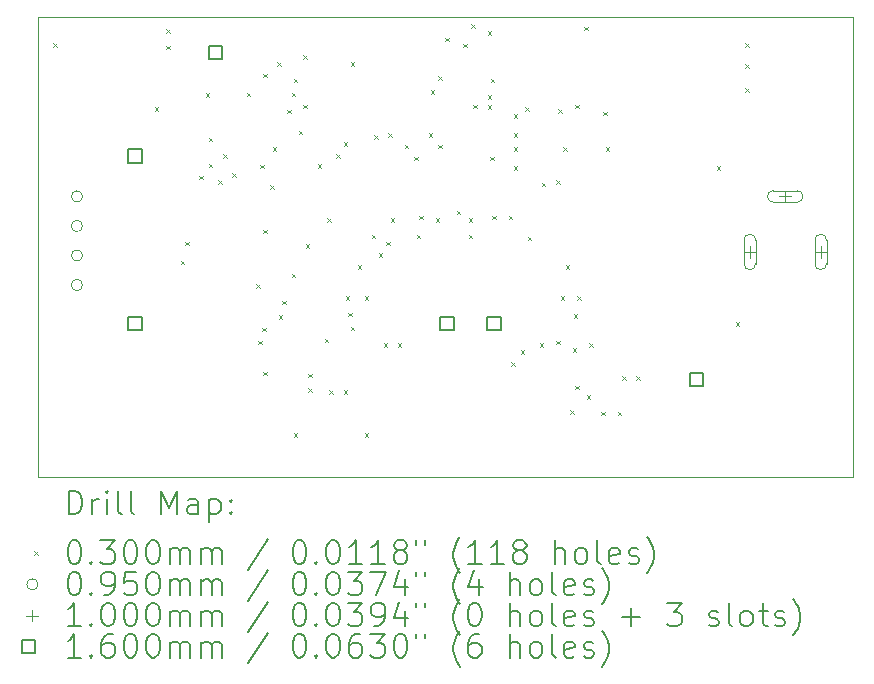
<source format=gbr>
%TF.GenerationSoftware,KiCad,Pcbnew,8.0.2-8.0.2-0~ubuntu22.04.1*%
%TF.CreationDate,2024-05-15T13:16:06-07:00*%
%TF.ProjectId,JPBms2,4a50426d-7332-42e6-9b69-6361645f7063,rev?*%
%TF.SameCoordinates,Original*%
%TF.FileFunction,Drillmap*%
%TF.FilePolarity,Positive*%
%FSLAX45Y45*%
G04 Gerber Fmt 4.5, Leading zero omitted, Abs format (unit mm)*
G04 Created by KiCad (PCBNEW 8.0.2-8.0.2-0~ubuntu22.04.1) date 2024-05-15 13:16:06*
%MOMM*%
%LPD*%
G01*
G04 APERTURE LIST*
%ADD10C,0.050000*%
%ADD11C,0.200000*%
%ADD12C,0.100000*%
%ADD13C,0.160000*%
G04 APERTURE END LIST*
D10*
X9600000Y-6200000D02*
X16500000Y-6200000D01*
X16500000Y-10100000D01*
X9600000Y-10100000D01*
X9600000Y-6200000D01*
D11*
D12*
X9725000Y-6425000D02*
X9755000Y-6455000D01*
X9755000Y-6425000D02*
X9725000Y-6455000D01*
X10585000Y-6965000D02*
X10615000Y-6995000D01*
X10615000Y-6965000D02*
X10585000Y-6995000D01*
X10685000Y-6305000D02*
X10715000Y-6335000D01*
X10715000Y-6305000D02*
X10685000Y-6335000D01*
X10685000Y-6445000D02*
X10715000Y-6475000D01*
X10715000Y-6445000D02*
X10685000Y-6475000D01*
X10805000Y-8265000D02*
X10835000Y-8295000D01*
X10835000Y-8265000D02*
X10805000Y-8295000D01*
X10845000Y-8103800D02*
X10875000Y-8133800D01*
X10875000Y-8103800D02*
X10845000Y-8133800D01*
X10965000Y-7545000D02*
X10995000Y-7575000D01*
X10995000Y-7545000D02*
X10965000Y-7575000D01*
X11020000Y-6846862D02*
X11050000Y-6876862D01*
X11050000Y-6846862D02*
X11020000Y-6876862D01*
X11045000Y-7225000D02*
X11075000Y-7255000D01*
X11075000Y-7225000D02*
X11045000Y-7255000D01*
X11045000Y-7445000D02*
X11075000Y-7475000D01*
X11075000Y-7445000D02*
X11045000Y-7475000D01*
X11125000Y-7585000D02*
X11155000Y-7615000D01*
X11155000Y-7585000D02*
X11125000Y-7615000D01*
X11165000Y-7365000D02*
X11195000Y-7395000D01*
X11195000Y-7365000D02*
X11165000Y-7395000D01*
X11240748Y-7525000D02*
X11270748Y-7555000D01*
X11270748Y-7525000D02*
X11240748Y-7555000D01*
X11365000Y-6845000D02*
X11395000Y-6875000D01*
X11395000Y-6845000D02*
X11365000Y-6875000D01*
X11445000Y-8465000D02*
X11475000Y-8495000D01*
X11475000Y-8465000D02*
X11445000Y-8495000D01*
X11465000Y-8945000D02*
X11495000Y-8975000D01*
X11495000Y-8945000D02*
X11465000Y-8975000D01*
X11478675Y-7452559D02*
X11508675Y-7482559D01*
X11508675Y-7452559D02*
X11478675Y-7482559D01*
X11495000Y-8835000D02*
X11525000Y-8865000D01*
X11525000Y-8835000D02*
X11495000Y-8865000D01*
X11505000Y-8005000D02*
X11535000Y-8035000D01*
X11535000Y-8005000D02*
X11505000Y-8035000D01*
X11505000Y-6685000D02*
X11535000Y-6715000D01*
X11535000Y-6685000D02*
X11505000Y-6715000D01*
X11505000Y-9205000D02*
X11535000Y-9235000D01*
X11535000Y-9205000D02*
X11505000Y-9235000D01*
X11565000Y-7625000D02*
X11595000Y-7655000D01*
X11595000Y-7625000D02*
X11565000Y-7655000D01*
X11585000Y-7305000D02*
X11615000Y-7335000D01*
X11615000Y-7305000D02*
X11585000Y-7335000D01*
X11625000Y-6585000D02*
X11655000Y-6615000D01*
X11655000Y-6585000D02*
X11625000Y-6615000D01*
X11636130Y-8728655D02*
X11666130Y-8758655D01*
X11666130Y-8728655D02*
X11636130Y-8758655D01*
X11664046Y-8603476D02*
X11694046Y-8633476D01*
X11694046Y-8603476D02*
X11664046Y-8633476D01*
X11709038Y-6989038D02*
X11739038Y-7019038D01*
X11739038Y-6989038D02*
X11709038Y-7019038D01*
X11745000Y-6845000D02*
X11775000Y-6875000D01*
X11775000Y-6845000D02*
X11745000Y-6875000D01*
X11745000Y-8377501D02*
X11775000Y-8407501D01*
X11775000Y-8377501D02*
X11745000Y-8407501D01*
X11765000Y-6725000D02*
X11795000Y-6755000D01*
X11795000Y-6725000D02*
X11765000Y-6755000D01*
X11765000Y-9725000D02*
X11795000Y-9755000D01*
X11795000Y-9725000D02*
X11765000Y-9755000D01*
X11805000Y-7165000D02*
X11835000Y-7195000D01*
X11835000Y-7165000D02*
X11805000Y-7195000D01*
X11845000Y-6525000D02*
X11875000Y-6555000D01*
X11875000Y-6525000D02*
X11845000Y-6555000D01*
X11845000Y-6945000D02*
X11875000Y-6975000D01*
X11875000Y-6945000D02*
X11845000Y-6975000D01*
X11865000Y-8125000D02*
X11895000Y-8155000D01*
X11895000Y-8125000D02*
X11865000Y-8155000D01*
X11885000Y-9225000D02*
X11915000Y-9255000D01*
X11915000Y-9225000D02*
X11885000Y-9255000D01*
X11885000Y-9345000D02*
X11915000Y-9375000D01*
X11915000Y-9345000D02*
X11885000Y-9375000D01*
X11965000Y-7450000D02*
X11995000Y-7480000D01*
X11995000Y-7450000D02*
X11965000Y-7480000D01*
X12025000Y-8925000D02*
X12055000Y-8955000D01*
X12055000Y-8925000D02*
X12025000Y-8955000D01*
X12045000Y-7905000D02*
X12075000Y-7935000D01*
X12075000Y-7905000D02*
X12045000Y-7935000D01*
X12065000Y-9365000D02*
X12095000Y-9395000D01*
X12095000Y-9365000D02*
X12065000Y-9395000D01*
X12125000Y-7365000D02*
X12155000Y-7395000D01*
X12155000Y-7365000D02*
X12125000Y-7395000D01*
X12185000Y-9365000D02*
X12215000Y-9395000D01*
X12215000Y-9365000D02*
X12185000Y-9395000D01*
X12185001Y-7265000D02*
X12215001Y-7295000D01*
X12215001Y-7265000D02*
X12185001Y-7295000D01*
X12204999Y-8565000D02*
X12234999Y-8595000D01*
X12234999Y-8565000D02*
X12204999Y-8595000D01*
X12225000Y-8705000D02*
X12255000Y-8735000D01*
X12255000Y-8705000D02*
X12225000Y-8735000D01*
X12245000Y-6585000D02*
X12275000Y-6615000D01*
X12275000Y-6585000D02*
X12245000Y-6615000D01*
X12245000Y-8825000D02*
X12275000Y-8855000D01*
X12275000Y-8825000D02*
X12245000Y-8855000D01*
X12305000Y-8305000D02*
X12335000Y-8335000D01*
X12335000Y-8305000D02*
X12305000Y-8335000D01*
X12365000Y-8565000D02*
X12395000Y-8595000D01*
X12395000Y-8565000D02*
X12365000Y-8595000D01*
X12365000Y-9725000D02*
X12395000Y-9755000D01*
X12395000Y-9725000D02*
X12365000Y-9755000D01*
X12425000Y-8045000D02*
X12455000Y-8075000D01*
X12455000Y-8045000D02*
X12425000Y-8075000D01*
X12445000Y-7205000D02*
X12475000Y-7235000D01*
X12475000Y-7205000D02*
X12445000Y-7235000D01*
X12485000Y-8205000D02*
X12515000Y-8235000D01*
X12515000Y-8205000D02*
X12485000Y-8235000D01*
X12525000Y-8965000D02*
X12555000Y-8995000D01*
X12555000Y-8965000D02*
X12525000Y-8995000D01*
X12545000Y-8105000D02*
X12575000Y-8135000D01*
X12575000Y-8105000D02*
X12545000Y-8135000D01*
X12565000Y-7185000D02*
X12595000Y-7215000D01*
X12595000Y-7185000D02*
X12565000Y-7215000D01*
X12585000Y-7905000D02*
X12615000Y-7935000D01*
X12615000Y-7905000D02*
X12585000Y-7935000D01*
X12645000Y-8965000D02*
X12675000Y-8995000D01*
X12675000Y-8965000D02*
X12645000Y-8995000D01*
X12705000Y-7285000D02*
X12735000Y-7315000D01*
X12735000Y-7285000D02*
X12705000Y-7315000D01*
X12785000Y-7385000D02*
X12815000Y-7415000D01*
X12815000Y-7385000D02*
X12785000Y-7415000D01*
X12805000Y-8045000D02*
X12835000Y-8075000D01*
X12835000Y-8045000D02*
X12805000Y-8075000D01*
X12825000Y-7885000D02*
X12855000Y-7915000D01*
X12855000Y-7885000D02*
X12825000Y-7915000D01*
X12905000Y-7185000D02*
X12935000Y-7215000D01*
X12935000Y-7185000D02*
X12905000Y-7215000D01*
X12925000Y-6825000D02*
X12955000Y-6855000D01*
X12955000Y-6825000D02*
X12925000Y-6855000D01*
X12965000Y-7905000D02*
X12995000Y-7935000D01*
X12995000Y-7905000D02*
X12965000Y-7935000D01*
X12985000Y-6705000D02*
X13015000Y-6735000D01*
X13015000Y-6705000D02*
X12985000Y-6735000D01*
X12985000Y-7285000D02*
X13015000Y-7315000D01*
X13015000Y-7285000D02*
X12985000Y-7315000D01*
X13044361Y-6378121D02*
X13074361Y-6408121D01*
X13074361Y-6378121D02*
X13044361Y-6408121D01*
X13145000Y-7845000D02*
X13175000Y-7875000D01*
X13175000Y-7845000D02*
X13145000Y-7875000D01*
X13198535Y-6430000D02*
X13228535Y-6460000D01*
X13228535Y-6430000D02*
X13198535Y-6460000D01*
X13245000Y-7905000D02*
X13275000Y-7935000D01*
X13275000Y-7905000D02*
X13245000Y-7935000D01*
X13245000Y-8045000D02*
X13275000Y-8075000D01*
X13275000Y-8045000D02*
X13245000Y-8075000D01*
X13265000Y-6265000D02*
X13295000Y-6295000D01*
X13295000Y-6265000D02*
X13265000Y-6295000D01*
X13285000Y-6945000D02*
X13315000Y-6975000D01*
X13315000Y-6945000D02*
X13285000Y-6975000D01*
X13405000Y-6325000D02*
X13435000Y-6355000D01*
X13435000Y-6325000D02*
X13405000Y-6355000D01*
X13405000Y-6865000D02*
X13435000Y-6895000D01*
X13435000Y-6865000D02*
X13405000Y-6895000D01*
X13405000Y-6950000D02*
X13435000Y-6980000D01*
X13435000Y-6950000D02*
X13405000Y-6980000D01*
X13425000Y-7385000D02*
X13455000Y-7415000D01*
X13455000Y-7385000D02*
X13425000Y-7415000D01*
X13430700Y-6725000D02*
X13460700Y-6755000D01*
X13460700Y-6725000D02*
X13430700Y-6755000D01*
X13445000Y-7885000D02*
X13475000Y-7915000D01*
X13475000Y-7885000D02*
X13445000Y-7915000D01*
X13585000Y-7885000D02*
X13615000Y-7915000D01*
X13615000Y-7885000D02*
X13585000Y-7915000D01*
X13605000Y-9125000D02*
X13635000Y-9155000D01*
X13635000Y-9125000D02*
X13605000Y-9155000D01*
X13625000Y-7025000D02*
X13655000Y-7055000D01*
X13655000Y-7025000D02*
X13625000Y-7055000D01*
X13625000Y-7185000D02*
X13655000Y-7215000D01*
X13655000Y-7185000D02*
X13625000Y-7215000D01*
X13625000Y-7305000D02*
X13655000Y-7335000D01*
X13655000Y-7305000D02*
X13625000Y-7335000D01*
X13625000Y-7465000D02*
X13655000Y-7495000D01*
X13655000Y-7465000D02*
X13625000Y-7495000D01*
X13685000Y-9025000D02*
X13715000Y-9055000D01*
X13715000Y-9025000D02*
X13685000Y-9055000D01*
X13725000Y-6965000D02*
X13755000Y-6995000D01*
X13755000Y-6965000D02*
X13725000Y-6995000D01*
X13745000Y-8065000D02*
X13775000Y-8095000D01*
X13775000Y-8065000D02*
X13745000Y-8095000D01*
X13845000Y-8965000D02*
X13875000Y-8995000D01*
X13875000Y-8965000D02*
X13845000Y-8995000D01*
X13865000Y-7605000D02*
X13895000Y-7635000D01*
X13895000Y-7605000D02*
X13865000Y-7635000D01*
X13985000Y-7585000D02*
X14015000Y-7615000D01*
X14015000Y-7585000D02*
X13985000Y-7615000D01*
X13985000Y-8945000D02*
X14015000Y-8975000D01*
X14015000Y-8945000D02*
X13985000Y-8975000D01*
X14005000Y-6985000D02*
X14035000Y-7015000D01*
X14035000Y-6985000D02*
X14005000Y-7015000D01*
X14024999Y-8564999D02*
X14054999Y-8594999D01*
X14054999Y-8564999D02*
X14024999Y-8594999D01*
X14045000Y-7305000D02*
X14075000Y-7335000D01*
X14075000Y-7305000D02*
X14045000Y-7335000D01*
X14065000Y-8305000D02*
X14095000Y-8335000D01*
X14095000Y-8305000D02*
X14065000Y-8335000D01*
X14105000Y-9530000D02*
X14135000Y-9560000D01*
X14135000Y-9530000D02*
X14105000Y-9560000D01*
X14125000Y-9005000D02*
X14155000Y-9035000D01*
X14155000Y-9005000D02*
X14125000Y-9035000D01*
X14135601Y-8720601D02*
X14165601Y-8750601D01*
X14165601Y-8720601D02*
X14135601Y-8750601D01*
X14145000Y-6945000D02*
X14175000Y-6975000D01*
X14175000Y-6945000D02*
X14145000Y-6975000D01*
X14145000Y-9325000D02*
X14175000Y-9355000D01*
X14175000Y-9325000D02*
X14145000Y-9355000D01*
X14165000Y-8565000D02*
X14195000Y-8595000D01*
X14195000Y-8565000D02*
X14165000Y-8595000D01*
X14225000Y-6285000D02*
X14255000Y-6315000D01*
X14255000Y-6285000D02*
X14225000Y-6315000D01*
X14245000Y-9405000D02*
X14275000Y-9435000D01*
X14275000Y-9405000D02*
X14245000Y-9435000D01*
X14265000Y-8965000D02*
X14295000Y-8995000D01*
X14295000Y-8965000D02*
X14265000Y-8995000D01*
X14365000Y-9545000D02*
X14395000Y-9575000D01*
X14395000Y-9545000D02*
X14365000Y-9575000D01*
X14385000Y-7005000D02*
X14415000Y-7035000D01*
X14415000Y-7005000D02*
X14385000Y-7035000D01*
X14405000Y-7305000D02*
X14435000Y-7335000D01*
X14435000Y-7305000D02*
X14405000Y-7335000D01*
X14505000Y-9545000D02*
X14535000Y-9575000D01*
X14535000Y-9545000D02*
X14505000Y-9575000D01*
X14545000Y-9245000D02*
X14575000Y-9275000D01*
X14575000Y-9245000D02*
X14545000Y-9275000D01*
X14665000Y-9245000D02*
X14695000Y-9275000D01*
X14695000Y-9245000D02*
X14665000Y-9275000D01*
X15345000Y-7465000D02*
X15375000Y-7495000D01*
X15375000Y-7465000D02*
X15345000Y-7495000D01*
X15505000Y-8785000D02*
X15535000Y-8815000D01*
X15535000Y-8785000D02*
X15505000Y-8815000D01*
X15585000Y-6425000D02*
X15615000Y-6455000D01*
X15615000Y-6425000D02*
X15585000Y-6455000D01*
X15585000Y-6605000D02*
X15615000Y-6635000D01*
X15615000Y-6605000D02*
X15585000Y-6635000D01*
X15585000Y-6805000D02*
X15615000Y-6835000D01*
X15615000Y-6805000D02*
X15585000Y-6835000D01*
X9975500Y-7722000D02*
G75*
G02*
X9880500Y-7722000I-47500J0D01*
G01*
X9880500Y-7722000D02*
G75*
G02*
X9975500Y-7722000I47500J0D01*
G01*
X9975500Y-7972000D02*
G75*
G02*
X9880500Y-7972000I-47500J0D01*
G01*
X9880500Y-7972000D02*
G75*
G02*
X9975500Y-7972000I47500J0D01*
G01*
X9975500Y-8222000D02*
G75*
G02*
X9880500Y-8222000I-47500J0D01*
G01*
X9880500Y-8222000D02*
G75*
G02*
X9975500Y-8222000I47500J0D01*
G01*
X9975500Y-8472000D02*
G75*
G02*
X9880500Y-8472000I-47500J0D01*
G01*
X9880500Y-8472000D02*
G75*
G02*
X9975500Y-8472000I47500J0D01*
G01*
X15625000Y-8142000D02*
X15625000Y-8242000D01*
X15575000Y-8192000D02*
X15675000Y-8192000D01*
X15675000Y-8292000D02*
X15675000Y-8092000D01*
X15575000Y-8092000D02*
G75*
G02*
X15675000Y-8092000I50000J0D01*
G01*
X15575000Y-8092000D02*
X15575000Y-8292000D01*
X15575000Y-8292000D02*
G75*
G03*
X15675000Y-8292000I50000J0D01*
G01*
X15925000Y-7672000D02*
X15925000Y-7772000D01*
X15875000Y-7722000D02*
X15975000Y-7722000D01*
X16025000Y-7672000D02*
X15825000Y-7672000D01*
X15825000Y-7772000D02*
G75*
G02*
X15825000Y-7672000I0J50000D01*
G01*
X15825000Y-7772000D02*
X16025000Y-7772000D01*
X16025000Y-7772000D02*
G75*
G03*
X16025000Y-7672000I0J50000D01*
G01*
X16225000Y-8142000D02*
X16225000Y-8242000D01*
X16175000Y-8192000D02*
X16275000Y-8192000D01*
X16275000Y-8292000D02*
X16275000Y-8092000D01*
X16175000Y-8092000D02*
G75*
G02*
X16275000Y-8092000I50000J0D01*
G01*
X16175000Y-8092000D02*
X16175000Y-8292000D01*
X16175000Y-8292000D02*
G75*
G03*
X16275000Y-8292000I50000J0D01*
G01*
D13*
X10476569Y-7436569D02*
X10476569Y-7323431D01*
X10363431Y-7323431D01*
X10363431Y-7436569D01*
X10476569Y-7436569D01*
X10476569Y-8856569D02*
X10476569Y-8743431D01*
X10363431Y-8743431D01*
X10363431Y-8856569D01*
X10476569Y-8856569D01*
X11156569Y-6558969D02*
X11156569Y-6445831D01*
X11043431Y-6445831D01*
X11043431Y-6558969D01*
X11156569Y-6558969D01*
X13116569Y-8856569D02*
X13116569Y-8743431D01*
X13003431Y-8743431D01*
X13003431Y-8856569D01*
X13116569Y-8856569D01*
X13516569Y-8856569D02*
X13516569Y-8743431D01*
X13403431Y-8743431D01*
X13403431Y-8856569D01*
X13516569Y-8856569D01*
X15231569Y-9328569D02*
X15231569Y-9215431D01*
X15118431Y-9215431D01*
X15118431Y-9328569D01*
X15231569Y-9328569D01*
D11*
X9858277Y-10413984D02*
X9858277Y-10213984D01*
X9858277Y-10213984D02*
X9905896Y-10213984D01*
X9905896Y-10213984D02*
X9934467Y-10223508D01*
X9934467Y-10223508D02*
X9953515Y-10242555D01*
X9953515Y-10242555D02*
X9963039Y-10261603D01*
X9963039Y-10261603D02*
X9972563Y-10299698D01*
X9972563Y-10299698D02*
X9972563Y-10328270D01*
X9972563Y-10328270D02*
X9963039Y-10366365D01*
X9963039Y-10366365D02*
X9953515Y-10385412D01*
X9953515Y-10385412D02*
X9934467Y-10404460D01*
X9934467Y-10404460D02*
X9905896Y-10413984D01*
X9905896Y-10413984D02*
X9858277Y-10413984D01*
X10058277Y-10413984D02*
X10058277Y-10280650D01*
X10058277Y-10318746D02*
X10067801Y-10299698D01*
X10067801Y-10299698D02*
X10077324Y-10290174D01*
X10077324Y-10290174D02*
X10096372Y-10280650D01*
X10096372Y-10280650D02*
X10115420Y-10280650D01*
X10182086Y-10413984D02*
X10182086Y-10280650D01*
X10182086Y-10213984D02*
X10172563Y-10223508D01*
X10172563Y-10223508D02*
X10182086Y-10233031D01*
X10182086Y-10233031D02*
X10191610Y-10223508D01*
X10191610Y-10223508D02*
X10182086Y-10213984D01*
X10182086Y-10213984D02*
X10182086Y-10233031D01*
X10305896Y-10413984D02*
X10286848Y-10404460D01*
X10286848Y-10404460D02*
X10277324Y-10385412D01*
X10277324Y-10385412D02*
X10277324Y-10213984D01*
X10410658Y-10413984D02*
X10391610Y-10404460D01*
X10391610Y-10404460D02*
X10382086Y-10385412D01*
X10382086Y-10385412D02*
X10382086Y-10213984D01*
X10639229Y-10413984D02*
X10639229Y-10213984D01*
X10639229Y-10213984D02*
X10705896Y-10356841D01*
X10705896Y-10356841D02*
X10772563Y-10213984D01*
X10772563Y-10213984D02*
X10772563Y-10413984D01*
X10953515Y-10413984D02*
X10953515Y-10309222D01*
X10953515Y-10309222D02*
X10943991Y-10290174D01*
X10943991Y-10290174D02*
X10924944Y-10280650D01*
X10924944Y-10280650D02*
X10886848Y-10280650D01*
X10886848Y-10280650D02*
X10867801Y-10290174D01*
X10953515Y-10404460D02*
X10934467Y-10413984D01*
X10934467Y-10413984D02*
X10886848Y-10413984D01*
X10886848Y-10413984D02*
X10867801Y-10404460D01*
X10867801Y-10404460D02*
X10858277Y-10385412D01*
X10858277Y-10385412D02*
X10858277Y-10366365D01*
X10858277Y-10366365D02*
X10867801Y-10347317D01*
X10867801Y-10347317D02*
X10886848Y-10337793D01*
X10886848Y-10337793D02*
X10934467Y-10337793D01*
X10934467Y-10337793D02*
X10953515Y-10328270D01*
X11048753Y-10280650D02*
X11048753Y-10480650D01*
X11048753Y-10290174D02*
X11067801Y-10280650D01*
X11067801Y-10280650D02*
X11105896Y-10280650D01*
X11105896Y-10280650D02*
X11124944Y-10290174D01*
X11124944Y-10290174D02*
X11134467Y-10299698D01*
X11134467Y-10299698D02*
X11143991Y-10318746D01*
X11143991Y-10318746D02*
X11143991Y-10375889D01*
X11143991Y-10375889D02*
X11134467Y-10394936D01*
X11134467Y-10394936D02*
X11124944Y-10404460D01*
X11124944Y-10404460D02*
X11105896Y-10413984D01*
X11105896Y-10413984D02*
X11067801Y-10413984D01*
X11067801Y-10413984D02*
X11048753Y-10404460D01*
X11229705Y-10394936D02*
X11239229Y-10404460D01*
X11239229Y-10404460D02*
X11229705Y-10413984D01*
X11229705Y-10413984D02*
X11220182Y-10404460D01*
X11220182Y-10404460D02*
X11229705Y-10394936D01*
X11229705Y-10394936D02*
X11229705Y-10413984D01*
X11229705Y-10290174D02*
X11239229Y-10299698D01*
X11239229Y-10299698D02*
X11229705Y-10309222D01*
X11229705Y-10309222D02*
X11220182Y-10299698D01*
X11220182Y-10299698D02*
X11229705Y-10290174D01*
X11229705Y-10290174D02*
X11229705Y-10309222D01*
D12*
X9567500Y-10727500D02*
X9597500Y-10757500D01*
X9597500Y-10727500D02*
X9567500Y-10757500D01*
D11*
X9896372Y-10633984D02*
X9915420Y-10633984D01*
X9915420Y-10633984D02*
X9934467Y-10643508D01*
X9934467Y-10643508D02*
X9943991Y-10653031D01*
X9943991Y-10653031D02*
X9953515Y-10672079D01*
X9953515Y-10672079D02*
X9963039Y-10710174D01*
X9963039Y-10710174D02*
X9963039Y-10757793D01*
X9963039Y-10757793D02*
X9953515Y-10795889D01*
X9953515Y-10795889D02*
X9943991Y-10814936D01*
X9943991Y-10814936D02*
X9934467Y-10824460D01*
X9934467Y-10824460D02*
X9915420Y-10833984D01*
X9915420Y-10833984D02*
X9896372Y-10833984D01*
X9896372Y-10833984D02*
X9877324Y-10824460D01*
X9877324Y-10824460D02*
X9867801Y-10814936D01*
X9867801Y-10814936D02*
X9858277Y-10795889D01*
X9858277Y-10795889D02*
X9848753Y-10757793D01*
X9848753Y-10757793D02*
X9848753Y-10710174D01*
X9848753Y-10710174D02*
X9858277Y-10672079D01*
X9858277Y-10672079D02*
X9867801Y-10653031D01*
X9867801Y-10653031D02*
X9877324Y-10643508D01*
X9877324Y-10643508D02*
X9896372Y-10633984D01*
X10048753Y-10814936D02*
X10058277Y-10824460D01*
X10058277Y-10824460D02*
X10048753Y-10833984D01*
X10048753Y-10833984D02*
X10039229Y-10824460D01*
X10039229Y-10824460D02*
X10048753Y-10814936D01*
X10048753Y-10814936D02*
X10048753Y-10833984D01*
X10124944Y-10633984D02*
X10248753Y-10633984D01*
X10248753Y-10633984D02*
X10182086Y-10710174D01*
X10182086Y-10710174D02*
X10210658Y-10710174D01*
X10210658Y-10710174D02*
X10229705Y-10719698D01*
X10229705Y-10719698D02*
X10239229Y-10729222D01*
X10239229Y-10729222D02*
X10248753Y-10748270D01*
X10248753Y-10748270D02*
X10248753Y-10795889D01*
X10248753Y-10795889D02*
X10239229Y-10814936D01*
X10239229Y-10814936D02*
X10229705Y-10824460D01*
X10229705Y-10824460D02*
X10210658Y-10833984D01*
X10210658Y-10833984D02*
X10153515Y-10833984D01*
X10153515Y-10833984D02*
X10134467Y-10824460D01*
X10134467Y-10824460D02*
X10124944Y-10814936D01*
X10372563Y-10633984D02*
X10391610Y-10633984D01*
X10391610Y-10633984D02*
X10410658Y-10643508D01*
X10410658Y-10643508D02*
X10420182Y-10653031D01*
X10420182Y-10653031D02*
X10429705Y-10672079D01*
X10429705Y-10672079D02*
X10439229Y-10710174D01*
X10439229Y-10710174D02*
X10439229Y-10757793D01*
X10439229Y-10757793D02*
X10429705Y-10795889D01*
X10429705Y-10795889D02*
X10420182Y-10814936D01*
X10420182Y-10814936D02*
X10410658Y-10824460D01*
X10410658Y-10824460D02*
X10391610Y-10833984D01*
X10391610Y-10833984D02*
X10372563Y-10833984D01*
X10372563Y-10833984D02*
X10353515Y-10824460D01*
X10353515Y-10824460D02*
X10343991Y-10814936D01*
X10343991Y-10814936D02*
X10334467Y-10795889D01*
X10334467Y-10795889D02*
X10324944Y-10757793D01*
X10324944Y-10757793D02*
X10324944Y-10710174D01*
X10324944Y-10710174D02*
X10334467Y-10672079D01*
X10334467Y-10672079D02*
X10343991Y-10653031D01*
X10343991Y-10653031D02*
X10353515Y-10643508D01*
X10353515Y-10643508D02*
X10372563Y-10633984D01*
X10563039Y-10633984D02*
X10582086Y-10633984D01*
X10582086Y-10633984D02*
X10601134Y-10643508D01*
X10601134Y-10643508D02*
X10610658Y-10653031D01*
X10610658Y-10653031D02*
X10620182Y-10672079D01*
X10620182Y-10672079D02*
X10629705Y-10710174D01*
X10629705Y-10710174D02*
X10629705Y-10757793D01*
X10629705Y-10757793D02*
X10620182Y-10795889D01*
X10620182Y-10795889D02*
X10610658Y-10814936D01*
X10610658Y-10814936D02*
X10601134Y-10824460D01*
X10601134Y-10824460D02*
X10582086Y-10833984D01*
X10582086Y-10833984D02*
X10563039Y-10833984D01*
X10563039Y-10833984D02*
X10543991Y-10824460D01*
X10543991Y-10824460D02*
X10534467Y-10814936D01*
X10534467Y-10814936D02*
X10524944Y-10795889D01*
X10524944Y-10795889D02*
X10515420Y-10757793D01*
X10515420Y-10757793D02*
X10515420Y-10710174D01*
X10515420Y-10710174D02*
X10524944Y-10672079D01*
X10524944Y-10672079D02*
X10534467Y-10653031D01*
X10534467Y-10653031D02*
X10543991Y-10643508D01*
X10543991Y-10643508D02*
X10563039Y-10633984D01*
X10715420Y-10833984D02*
X10715420Y-10700650D01*
X10715420Y-10719698D02*
X10724944Y-10710174D01*
X10724944Y-10710174D02*
X10743991Y-10700650D01*
X10743991Y-10700650D02*
X10772563Y-10700650D01*
X10772563Y-10700650D02*
X10791610Y-10710174D01*
X10791610Y-10710174D02*
X10801134Y-10729222D01*
X10801134Y-10729222D02*
X10801134Y-10833984D01*
X10801134Y-10729222D02*
X10810658Y-10710174D01*
X10810658Y-10710174D02*
X10829705Y-10700650D01*
X10829705Y-10700650D02*
X10858277Y-10700650D01*
X10858277Y-10700650D02*
X10877325Y-10710174D01*
X10877325Y-10710174D02*
X10886848Y-10729222D01*
X10886848Y-10729222D02*
X10886848Y-10833984D01*
X10982086Y-10833984D02*
X10982086Y-10700650D01*
X10982086Y-10719698D02*
X10991610Y-10710174D01*
X10991610Y-10710174D02*
X11010658Y-10700650D01*
X11010658Y-10700650D02*
X11039229Y-10700650D01*
X11039229Y-10700650D02*
X11058277Y-10710174D01*
X11058277Y-10710174D02*
X11067801Y-10729222D01*
X11067801Y-10729222D02*
X11067801Y-10833984D01*
X11067801Y-10729222D02*
X11077325Y-10710174D01*
X11077325Y-10710174D02*
X11096372Y-10700650D01*
X11096372Y-10700650D02*
X11124944Y-10700650D01*
X11124944Y-10700650D02*
X11143991Y-10710174D01*
X11143991Y-10710174D02*
X11153515Y-10729222D01*
X11153515Y-10729222D02*
X11153515Y-10833984D01*
X11543991Y-10624460D02*
X11372563Y-10881603D01*
X11801134Y-10633984D02*
X11820182Y-10633984D01*
X11820182Y-10633984D02*
X11839229Y-10643508D01*
X11839229Y-10643508D02*
X11848753Y-10653031D01*
X11848753Y-10653031D02*
X11858277Y-10672079D01*
X11858277Y-10672079D02*
X11867801Y-10710174D01*
X11867801Y-10710174D02*
X11867801Y-10757793D01*
X11867801Y-10757793D02*
X11858277Y-10795889D01*
X11858277Y-10795889D02*
X11848753Y-10814936D01*
X11848753Y-10814936D02*
X11839229Y-10824460D01*
X11839229Y-10824460D02*
X11820182Y-10833984D01*
X11820182Y-10833984D02*
X11801134Y-10833984D01*
X11801134Y-10833984D02*
X11782086Y-10824460D01*
X11782086Y-10824460D02*
X11772563Y-10814936D01*
X11772563Y-10814936D02*
X11763039Y-10795889D01*
X11763039Y-10795889D02*
X11753515Y-10757793D01*
X11753515Y-10757793D02*
X11753515Y-10710174D01*
X11753515Y-10710174D02*
X11763039Y-10672079D01*
X11763039Y-10672079D02*
X11772563Y-10653031D01*
X11772563Y-10653031D02*
X11782086Y-10643508D01*
X11782086Y-10643508D02*
X11801134Y-10633984D01*
X11953515Y-10814936D02*
X11963039Y-10824460D01*
X11963039Y-10824460D02*
X11953515Y-10833984D01*
X11953515Y-10833984D02*
X11943991Y-10824460D01*
X11943991Y-10824460D02*
X11953515Y-10814936D01*
X11953515Y-10814936D02*
X11953515Y-10833984D01*
X12086848Y-10633984D02*
X12105896Y-10633984D01*
X12105896Y-10633984D02*
X12124944Y-10643508D01*
X12124944Y-10643508D02*
X12134467Y-10653031D01*
X12134467Y-10653031D02*
X12143991Y-10672079D01*
X12143991Y-10672079D02*
X12153515Y-10710174D01*
X12153515Y-10710174D02*
X12153515Y-10757793D01*
X12153515Y-10757793D02*
X12143991Y-10795889D01*
X12143991Y-10795889D02*
X12134467Y-10814936D01*
X12134467Y-10814936D02*
X12124944Y-10824460D01*
X12124944Y-10824460D02*
X12105896Y-10833984D01*
X12105896Y-10833984D02*
X12086848Y-10833984D01*
X12086848Y-10833984D02*
X12067801Y-10824460D01*
X12067801Y-10824460D02*
X12058277Y-10814936D01*
X12058277Y-10814936D02*
X12048753Y-10795889D01*
X12048753Y-10795889D02*
X12039229Y-10757793D01*
X12039229Y-10757793D02*
X12039229Y-10710174D01*
X12039229Y-10710174D02*
X12048753Y-10672079D01*
X12048753Y-10672079D02*
X12058277Y-10653031D01*
X12058277Y-10653031D02*
X12067801Y-10643508D01*
X12067801Y-10643508D02*
X12086848Y-10633984D01*
X12343991Y-10833984D02*
X12229706Y-10833984D01*
X12286848Y-10833984D02*
X12286848Y-10633984D01*
X12286848Y-10633984D02*
X12267801Y-10662555D01*
X12267801Y-10662555D02*
X12248753Y-10681603D01*
X12248753Y-10681603D02*
X12229706Y-10691127D01*
X12534467Y-10833984D02*
X12420182Y-10833984D01*
X12477325Y-10833984D02*
X12477325Y-10633984D01*
X12477325Y-10633984D02*
X12458277Y-10662555D01*
X12458277Y-10662555D02*
X12439229Y-10681603D01*
X12439229Y-10681603D02*
X12420182Y-10691127D01*
X12648753Y-10719698D02*
X12629706Y-10710174D01*
X12629706Y-10710174D02*
X12620182Y-10700650D01*
X12620182Y-10700650D02*
X12610658Y-10681603D01*
X12610658Y-10681603D02*
X12610658Y-10672079D01*
X12610658Y-10672079D02*
X12620182Y-10653031D01*
X12620182Y-10653031D02*
X12629706Y-10643508D01*
X12629706Y-10643508D02*
X12648753Y-10633984D01*
X12648753Y-10633984D02*
X12686848Y-10633984D01*
X12686848Y-10633984D02*
X12705896Y-10643508D01*
X12705896Y-10643508D02*
X12715420Y-10653031D01*
X12715420Y-10653031D02*
X12724944Y-10672079D01*
X12724944Y-10672079D02*
X12724944Y-10681603D01*
X12724944Y-10681603D02*
X12715420Y-10700650D01*
X12715420Y-10700650D02*
X12705896Y-10710174D01*
X12705896Y-10710174D02*
X12686848Y-10719698D01*
X12686848Y-10719698D02*
X12648753Y-10719698D01*
X12648753Y-10719698D02*
X12629706Y-10729222D01*
X12629706Y-10729222D02*
X12620182Y-10738746D01*
X12620182Y-10738746D02*
X12610658Y-10757793D01*
X12610658Y-10757793D02*
X12610658Y-10795889D01*
X12610658Y-10795889D02*
X12620182Y-10814936D01*
X12620182Y-10814936D02*
X12629706Y-10824460D01*
X12629706Y-10824460D02*
X12648753Y-10833984D01*
X12648753Y-10833984D02*
X12686848Y-10833984D01*
X12686848Y-10833984D02*
X12705896Y-10824460D01*
X12705896Y-10824460D02*
X12715420Y-10814936D01*
X12715420Y-10814936D02*
X12724944Y-10795889D01*
X12724944Y-10795889D02*
X12724944Y-10757793D01*
X12724944Y-10757793D02*
X12715420Y-10738746D01*
X12715420Y-10738746D02*
X12705896Y-10729222D01*
X12705896Y-10729222D02*
X12686848Y-10719698D01*
X12801134Y-10633984D02*
X12801134Y-10672079D01*
X12877325Y-10633984D02*
X12877325Y-10672079D01*
X13172563Y-10910174D02*
X13163039Y-10900650D01*
X13163039Y-10900650D02*
X13143991Y-10872079D01*
X13143991Y-10872079D02*
X13134468Y-10853031D01*
X13134468Y-10853031D02*
X13124944Y-10824460D01*
X13124944Y-10824460D02*
X13115420Y-10776841D01*
X13115420Y-10776841D02*
X13115420Y-10738746D01*
X13115420Y-10738746D02*
X13124944Y-10691127D01*
X13124944Y-10691127D02*
X13134468Y-10662555D01*
X13134468Y-10662555D02*
X13143991Y-10643508D01*
X13143991Y-10643508D02*
X13163039Y-10614936D01*
X13163039Y-10614936D02*
X13172563Y-10605412D01*
X13353515Y-10833984D02*
X13239229Y-10833984D01*
X13296372Y-10833984D02*
X13296372Y-10633984D01*
X13296372Y-10633984D02*
X13277325Y-10662555D01*
X13277325Y-10662555D02*
X13258277Y-10681603D01*
X13258277Y-10681603D02*
X13239229Y-10691127D01*
X13543991Y-10833984D02*
X13429706Y-10833984D01*
X13486848Y-10833984D02*
X13486848Y-10633984D01*
X13486848Y-10633984D02*
X13467801Y-10662555D01*
X13467801Y-10662555D02*
X13448753Y-10681603D01*
X13448753Y-10681603D02*
X13429706Y-10691127D01*
X13658277Y-10719698D02*
X13639229Y-10710174D01*
X13639229Y-10710174D02*
X13629706Y-10700650D01*
X13629706Y-10700650D02*
X13620182Y-10681603D01*
X13620182Y-10681603D02*
X13620182Y-10672079D01*
X13620182Y-10672079D02*
X13629706Y-10653031D01*
X13629706Y-10653031D02*
X13639229Y-10643508D01*
X13639229Y-10643508D02*
X13658277Y-10633984D01*
X13658277Y-10633984D02*
X13696372Y-10633984D01*
X13696372Y-10633984D02*
X13715420Y-10643508D01*
X13715420Y-10643508D02*
X13724944Y-10653031D01*
X13724944Y-10653031D02*
X13734468Y-10672079D01*
X13734468Y-10672079D02*
X13734468Y-10681603D01*
X13734468Y-10681603D02*
X13724944Y-10700650D01*
X13724944Y-10700650D02*
X13715420Y-10710174D01*
X13715420Y-10710174D02*
X13696372Y-10719698D01*
X13696372Y-10719698D02*
X13658277Y-10719698D01*
X13658277Y-10719698D02*
X13639229Y-10729222D01*
X13639229Y-10729222D02*
X13629706Y-10738746D01*
X13629706Y-10738746D02*
X13620182Y-10757793D01*
X13620182Y-10757793D02*
X13620182Y-10795889D01*
X13620182Y-10795889D02*
X13629706Y-10814936D01*
X13629706Y-10814936D02*
X13639229Y-10824460D01*
X13639229Y-10824460D02*
X13658277Y-10833984D01*
X13658277Y-10833984D02*
X13696372Y-10833984D01*
X13696372Y-10833984D02*
X13715420Y-10824460D01*
X13715420Y-10824460D02*
X13724944Y-10814936D01*
X13724944Y-10814936D02*
X13734468Y-10795889D01*
X13734468Y-10795889D02*
X13734468Y-10757793D01*
X13734468Y-10757793D02*
X13724944Y-10738746D01*
X13724944Y-10738746D02*
X13715420Y-10729222D01*
X13715420Y-10729222D02*
X13696372Y-10719698D01*
X13972563Y-10833984D02*
X13972563Y-10633984D01*
X14058277Y-10833984D02*
X14058277Y-10729222D01*
X14058277Y-10729222D02*
X14048753Y-10710174D01*
X14048753Y-10710174D02*
X14029706Y-10700650D01*
X14029706Y-10700650D02*
X14001134Y-10700650D01*
X14001134Y-10700650D02*
X13982087Y-10710174D01*
X13982087Y-10710174D02*
X13972563Y-10719698D01*
X14182087Y-10833984D02*
X14163039Y-10824460D01*
X14163039Y-10824460D02*
X14153515Y-10814936D01*
X14153515Y-10814936D02*
X14143991Y-10795889D01*
X14143991Y-10795889D02*
X14143991Y-10738746D01*
X14143991Y-10738746D02*
X14153515Y-10719698D01*
X14153515Y-10719698D02*
X14163039Y-10710174D01*
X14163039Y-10710174D02*
X14182087Y-10700650D01*
X14182087Y-10700650D02*
X14210658Y-10700650D01*
X14210658Y-10700650D02*
X14229706Y-10710174D01*
X14229706Y-10710174D02*
X14239230Y-10719698D01*
X14239230Y-10719698D02*
X14248753Y-10738746D01*
X14248753Y-10738746D02*
X14248753Y-10795889D01*
X14248753Y-10795889D02*
X14239230Y-10814936D01*
X14239230Y-10814936D02*
X14229706Y-10824460D01*
X14229706Y-10824460D02*
X14210658Y-10833984D01*
X14210658Y-10833984D02*
X14182087Y-10833984D01*
X14363039Y-10833984D02*
X14343991Y-10824460D01*
X14343991Y-10824460D02*
X14334468Y-10805412D01*
X14334468Y-10805412D02*
X14334468Y-10633984D01*
X14515420Y-10824460D02*
X14496372Y-10833984D01*
X14496372Y-10833984D02*
X14458277Y-10833984D01*
X14458277Y-10833984D02*
X14439230Y-10824460D01*
X14439230Y-10824460D02*
X14429706Y-10805412D01*
X14429706Y-10805412D02*
X14429706Y-10729222D01*
X14429706Y-10729222D02*
X14439230Y-10710174D01*
X14439230Y-10710174D02*
X14458277Y-10700650D01*
X14458277Y-10700650D02*
X14496372Y-10700650D01*
X14496372Y-10700650D02*
X14515420Y-10710174D01*
X14515420Y-10710174D02*
X14524944Y-10729222D01*
X14524944Y-10729222D02*
X14524944Y-10748270D01*
X14524944Y-10748270D02*
X14429706Y-10767317D01*
X14601134Y-10824460D02*
X14620182Y-10833984D01*
X14620182Y-10833984D02*
X14658277Y-10833984D01*
X14658277Y-10833984D02*
X14677325Y-10824460D01*
X14677325Y-10824460D02*
X14686849Y-10805412D01*
X14686849Y-10805412D02*
X14686849Y-10795889D01*
X14686849Y-10795889D02*
X14677325Y-10776841D01*
X14677325Y-10776841D02*
X14658277Y-10767317D01*
X14658277Y-10767317D02*
X14629706Y-10767317D01*
X14629706Y-10767317D02*
X14610658Y-10757793D01*
X14610658Y-10757793D02*
X14601134Y-10738746D01*
X14601134Y-10738746D02*
X14601134Y-10729222D01*
X14601134Y-10729222D02*
X14610658Y-10710174D01*
X14610658Y-10710174D02*
X14629706Y-10700650D01*
X14629706Y-10700650D02*
X14658277Y-10700650D01*
X14658277Y-10700650D02*
X14677325Y-10710174D01*
X14753515Y-10910174D02*
X14763039Y-10900650D01*
X14763039Y-10900650D02*
X14782087Y-10872079D01*
X14782087Y-10872079D02*
X14791611Y-10853031D01*
X14791611Y-10853031D02*
X14801134Y-10824460D01*
X14801134Y-10824460D02*
X14810658Y-10776841D01*
X14810658Y-10776841D02*
X14810658Y-10738746D01*
X14810658Y-10738746D02*
X14801134Y-10691127D01*
X14801134Y-10691127D02*
X14791611Y-10662555D01*
X14791611Y-10662555D02*
X14782087Y-10643508D01*
X14782087Y-10643508D02*
X14763039Y-10614936D01*
X14763039Y-10614936D02*
X14753515Y-10605412D01*
D12*
X9597500Y-11006500D02*
G75*
G02*
X9502500Y-11006500I-47500J0D01*
G01*
X9502500Y-11006500D02*
G75*
G02*
X9597500Y-11006500I47500J0D01*
G01*
D11*
X9896372Y-10897984D02*
X9915420Y-10897984D01*
X9915420Y-10897984D02*
X9934467Y-10907508D01*
X9934467Y-10907508D02*
X9943991Y-10917031D01*
X9943991Y-10917031D02*
X9953515Y-10936079D01*
X9953515Y-10936079D02*
X9963039Y-10974174D01*
X9963039Y-10974174D02*
X9963039Y-11021793D01*
X9963039Y-11021793D02*
X9953515Y-11059889D01*
X9953515Y-11059889D02*
X9943991Y-11078936D01*
X9943991Y-11078936D02*
X9934467Y-11088460D01*
X9934467Y-11088460D02*
X9915420Y-11097984D01*
X9915420Y-11097984D02*
X9896372Y-11097984D01*
X9896372Y-11097984D02*
X9877324Y-11088460D01*
X9877324Y-11088460D02*
X9867801Y-11078936D01*
X9867801Y-11078936D02*
X9858277Y-11059889D01*
X9858277Y-11059889D02*
X9848753Y-11021793D01*
X9848753Y-11021793D02*
X9848753Y-10974174D01*
X9848753Y-10974174D02*
X9858277Y-10936079D01*
X9858277Y-10936079D02*
X9867801Y-10917031D01*
X9867801Y-10917031D02*
X9877324Y-10907508D01*
X9877324Y-10907508D02*
X9896372Y-10897984D01*
X10048753Y-11078936D02*
X10058277Y-11088460D01*
X10058277Y-11088460D02*
X10048753Y-11097984D01*
X10048753Y-11097984D02*
X10039229Y-11088460D01*
X10039229Y-11088460D02*
X10048753Y-11078936D01*
X10048753Y-11078936D02*
X10048753Y-11097984D01*
X10153515Y-11097984D02*
X10191610Y-11097984D01*
X10191610Y-11097984D02*
X10210658Y-11088460D01*
X10210658Y-11088460D02*
X10220182Y-11078936D01*
X10220182Y-11078936D02*
X10239229Y-11050365D01*
X10239229Y-11050365D02*
X10248753Y-11012270D01*
X10248753Y-11012270D02*
X10248753Y-10936079D01*
X10248753Y-10936079D02*
X10239229Y-10917031D01*
X10239229Y-10917031D02*
X10229705Y-10907508D01*
X10229705Y-10907508D02*
X10210658Y-10897984D01*
X10210658Y-10897984D02*
X10172563Y-10897984D01*
X10172563Y-10897984D02*
X10153515Y-10907508D01*
X10153515Y-10907508D02*
X10143991Y-10917031D01*
X10143991Y-10917031D02*
X10134467Y-10936079D01*
X10134467Y-10936079D02*
X10134467Y-10983698D01*
X10134467Y-10983698D02*
X10143991Y-11002746D01*
X10143991Y-11002746D02*
X10153515Y-11012270D01*
X10153515Y-11012270D02*
X10172563Y-11021793D01*
X10172563Y-11021793D02*
X10210658Y-11021793D01*
X10210658Y-11021793D02*
X10229705Y-11012270D01*
X10229705Y-11012270D02*
X10239229Y-11002746D01*
X10239229Y-11002746D02*
X10248753Y-10983698D01*
X10429705Y-10897984D02*
X10334467Y-10897984D01*
X10334467Y-10897984D02*
X10324944Y-10993222D01*
X10324944Y-10993222D02*
X10334467Y-10983698D01*
X10334467Y-10983698D02*
X10353515Y-10974174D01*
X10353515Y-10974174D02*
X10401134Y-10974174D01*
X10401134Y-10974174D02*
X10420182Y-10983698D01*
X10420182Y-10983698D02*
X10429705Y-10993222D01*
X10429705Y-10993222D02*
X10439229Y-11012270D01*
X10439229Y-11012270D02*
X10439229Y-11059889D01*
X10439229Y-11059889D02*
X10429705Y-11078936D01*
X10429705Y-11078936D02*
X10420182Y-11088460D01*
X10420182Y-11088460D02*
X10401134Y-11097984D01*
X10401134Y-11097984D02*
X10353515Y-11097984D01*
X10353515Y-11097984D02*
X10334467Y-11088460D01*
X10334467Y-11088460D02*
X10324944Y-11078936D01*
X10563039Y-10897984D02*
X10582086Y-10897984D01*
X10582086Y-10897984D02*
X10601134Y-10907508D01*
X10601134Y-10907508D02*
X10610658Y-10917031D01*
X10610658Y-10917031D02*
X10620182Y-10936079D01*
X10620182Y-10936079D02*
X10629705Y-10974174D01*
X10629705Y-10974174D02*
X10629705Y-11021793D01*
X10629705Y-11021793D02*
X10620182Y-11059889D01*
X10620182Y-11059889D02*
X10610658Y-11078936D01*
X10610658Y-11078936D02*
X10601134Y-11088460D01*
X10601134Y-11088460D02*
X10582086Y-11097984D01*
X10582086Y-11097984D02*
X10563039Y-11097984D01*
X10563039Y-11097984D02*
X10543991Y-11088460D01*
X10543991Y-11088460D02*
X10534467Y-11078936D01*
X10534467Y-11078936D02*
X10524944Y-11059889D01*
X10524944Y-11059889D02*
X10515420Y-11021793D01*
X10515420Y-11021793D02*
X10515420Y-10974174D01*
X10515420Y-10974174D02*
X10524944Y-10936079D01*
X10524944Y-10936079D02*
X10534467Y-10917031D01*
X10534467Y-10917031D02*
X10543991Y-10907508D01*
X10543991Y-10907508D02*
X10563039Y-10897984D01*
X10715420Y-11097984D02*
X10715420Y-10964650D01*
X10715420Y-10983698D02*
X10724944Y-10974174D01*
X10724944Y-10974174D02*
X10743991Y-10964650D01*
X10743991Y-10964650D02*
X10772563Y-10964650D01*
X10772563Y-10964650D02*
X10791610Y-10974174D01*
X10791610Y-10974174D02*
X10801134Y-10993222D01*
X10801134Y-10993222D02*
X10801134Y-11097984D01*
X10801134Y-10993222D02*
X10810658Y-10974174D01*
X10810658Y-10974174D02*
X10829705Y-10964650D01*
X10829705Y-10964650D02*
X10858277Y-10964650D01*
X10858277Y-10964650D02*
X10877325Y-10974174D01*
X10877325Y-10974174D02*
X10886848Y-10993222D01*
X10886848Y-10993222D02*
X10886848Y-11097984D01*
X10982086Y-11097984D02*
X10982086Y-10964650D01*
X10982086Y-10983698D02*
X10991610Y-10974174D01*
X10991610Y-10974174D02*
X11010658Y-10964650D01*
X11010658Y-10964650D02*
X11039229Y-10964650D01*
X11039229Y-10964650D02*
X11058277Y-10974174D01*
X11058277Y-10974174D02*
X11067801Y-10993222D01*
X11067801Y-10993222D02*
X11067801Y-11097984D01*
X11067801Y-10993222D02*
X11077325Y-10974174D01*
X11077325Y-10974174D02*
X11096372Y-10964650D01*
X11096372Y-10964650D02*
X11124944Y-10964650D01*
X11124944Y-10964650D02*
X11143991Y-10974174D01*
X11143991Y-10974174D02*
X11153515Y-10993222D01*
X11153515Y-10993222D02*
X11153515Y-11097984D01*
X11543991Y-10888460D02*
X11372563Y-11145603D01*
X11801134Y-10897984D02*
X11820182Y-10897984D01*
X11820182Y-10897984D02*
X11839229Y-10907508D01*
X11839229Y-10907508D02*
X11848753Y-10917031D01*
X11848753Y-10917031D02*
X11858277Y-10936079D01*
X11858277Y-10936079D02*
X11867801Y-10974174D01*
X11867801Y-10974174D02*
X11867801Y-11021793D01*
X11867801Y-11021793D02*
X11858277Y-11059889D01*
X11858277Y-11059889D02*
X11848753Y-11078936D01*
X11848753Y-11078936D02*
X11839229Y-11088460D01*
X11839229Y-11088460D02*
X11820182Y-11097984D01*
X11820182Y-11097984D02*
X11801134Y-11097984D01*
X11801134Y-11097984D02*
X11782086Y-11088460D01*
X11782086Y-11088460D02*
X11772563Y-11078936D01*
X11772563Y-11078936D02*
X11763039Y-11059889D01*
X11763039Y-11059889D02*
X11753515Y-11021793D01*
X11753515Y-11021793D02*
X11753515Y-10974174D01*
X11753515Y-10974174D02*
X11763039Y-10936079D01*
X11763039Y-10936079D02*
X11772563Y-10917031D01*
X11772563Y-10917031D02*
X11782086Y-10907508D01*
X11782086Y-10907508D02*
X11801134Y-10897984D01*
X11953515Y-11078936D02*
X11963039Y-11088460D01*
X11963039Y-11088460D02*
X11953515Y-11097984D01*
X11953515Y-11097984D02*
X11943991Y-11088460D01*
X11943991Y-11088460D02*
X11953515Y-11078936D01*
X11953515Y-11078936D02*
X11953515Y-11097984D01*
X12086848Y-10897984D02*
X12105896Y-10897984D01*
X12105896Y-10897984D02*
X12124944Y-10907508D01*
X12124944Y-10907508D02*
X12134467Y-10917031D01*
X12134467Y-10917031D02*
X12143991Y-10936079D01*
X12143991Y-10936079D02*
X12153515Y-10974174D01*
X12153515Y-10974174D02*
X12153515Y-11021793D01*
X12153515Y-11021793D02*
X12143991Y-11059889D01*
X12143991Y-11059889D02*
X12134467Y-11078936D01*
X12134467Y-11078936D02*
X12124944Y-11088460D01*
X12124944Y-11088460D02*
X12105896Y-11097984D01*
X12105896Y-11097984D02*
X12086848Y-11097984D01*
X12086848Y-11097984D02*
X12067801Y-11088460D01*
X12067801Y-11088460D02*
X12058277Y-11078936D01*
X12058277Y-11078936D02*
X12048753Y-11059889D01*
X12048753Y-11059889D02*
X12039229Y-11021793D01*
X12039229Y-11021793D02*
X12039229Y-10974174D01*
X12039229Y-10974174D02*
X12048753Y-10936079D01*
X12048753Y-10936079D02*
X12058277Y-10917031D01*
X12058277Y-10917031D02*
X12067801Y-10907508D01*
X12067801Y-10907508D02*
X12086848Y-10897984D01*
X12220182Y-10897984D02*
X12343991Y-10897984D01*
X12343991Y-10897984D02*
X12277325Y-10974174D01*
X12277325Y-10974174D02*
X12305896Y-10974174D01*
X12305896Y-10974174D02*
X12324944Y-10983698D01*
X12324944Y-10983698D02*
X12334467Y-10993222D01*
X12334467Y-10993222D02*
X12343991Y-11012270D01*
X12343991Y-11012270D02*
X12343991Y-11059889D01*
X12343991Y-11059889D02*
X12334467Y-11078936D01*
X12334467Y-11078936D02*
X12324944Y-11088460D01*
X12324944Y-11088460D02*
X12305896Y-11097984D01*
X12305896Y-11097984D02*
X12248753Y-11097984D01*
X12248753Y-11097984D02*
X12229706Y-11088460D01*
X12229706Y-11088460D02*
X12220182Y-11078936D01*
X12410658Y-10897984D02*
X12543991Y-10897984D01*
X12543991Y-10897984D02*
X12458277Y-11097984D01*
X12705896Y-10964650D02*
X12705896Y-11097984D01*
X12658277Y-10888460D02*
X12610658Y-11031317D01*
X12610658Y-11031317D02*
X12734467Y-11031317D01*
X12801134Y-10897984D02*
X12801134Y-10936079D01*
X12877325Y-10897984D02*
X12877325Y-10936079D01*
X13172563Y-11174174D02*
X13163039Y-11164650D01*
X13163039Y-11164650D02*
X13143991Y-11136079D01*
X13143991Y-11136079D02*
X13134468Y-11117031D01*
X13134468Y-11117031D02*
X13124944Y-11088460D01*
X13124944Y-11088460D02*
X13115420Y-11040841D01*
X13115420Y-11040841D02*
X13115420Y-11002746D01*
X13115420Y-11002746D02*
X13124944Y-10955127D01*
X13124944Y-10955127D02*
X13134468Y-10926555D01*
X13134468Y-10926555D02*
X13143991Y-10907508D01*
X13143991Y-10907508D02*
X13163039Y-10878936D01*
X13163039Y-10878936D02*
X13172563Y-10869412D01*
X13334468Y-10964650D02*
X13334468Y-11097984D01*
X13286848Y-10888460D02*
X13239229Y-11031317D01*
X13239229Y-11031317D02*
X13363039Y-11031317D01*
X13591610Y-11097984D02*
X13591610Y-10897984D01*
X13677325Y-11097984D02*
X13677325Y-10993222D01*
X13677325Y-10993222D02*
X13667801Y-10974174D01*
X13667801Y-10974174D02*
X13648753Y-10964650D01*
X13648753Y-10964650D02*
X13620182Y-10964650D01*
X13620182Y-10964650D02*
X13601134Y-10974174D01*
X13601134Y-10974174D02*
X13591610Y-10983698D01*
X13801134Y-11097984D02*
X13782087Y-11088460D01*
X13782087Y-11088460D02*
X13772563Y-11078936D01*
X13772563Y-11078936D02*
X13763039Y-11059889D01*
X13763039Y-11059889D02*
X13763039Y-11002746D01*
X13763039Y-11002746D02*
X13772563Y-10983698D01*
X13772563Y-10983698D02*
X13782087Y-10974174D01*
X13782087Y-10974174D02*
X13801134Y-10964650D01*
X13801134Y-10964650D02*
X13829706Y-10964650D01*
X13829706Y-10964650D02*
X13848753Y-10974174D01*
X13848753Y-10974174D02*
X13858277Y-10983698D01*
X13858277Y-10983698D02*
X13867801Y-11002746D01*
X13867801Y-11002746D02*
X13867801Y-11059889D01*
X13867801Y-11059889D02*
X13858277Y-11078936D01*
X13858277Y-11078936D02*
X13848753Y-11088460D01*
X13848753Y-11088460D02*
X13829706Y-11097984D01*
X13829706Y-11097984D02*
X13801134Y-11097984D01*
X13982087Y-11097984D02*
X13963039Y-11088460D01*
X13963039Y-11088460D02*
X13953515Y-11069412D01*
X13953515Y-11069412D02*
X13953515Y-10897984D01*
X14134468Y-11088460D02*
X14115420Y-11097984D01*
X14115420Y-11097984D02*
X14077325Y-11097984D01*
X14077325Y-11097984D02*
X14058277Y-11088460D01*
X14058277Y-11088460D02*
X14048753Y-11069412D01*
X14048753Y-11069412D02*
X14048753Y-10993222D01*
X14048753Y-10993222D02*
X14058277Y-10974174D01*
X14058277Y-10974174D02*
X14077325Y-10964650D01*
X14077325Y-10964650D02*
X14115420Y-10964650D01*
X14115420Y-10964650D02*
X14134468Y-10974174D01*
X14134468Y-10974174D02*
X14143991Y-10993222D01*
X14143991Y-10993222D02*
X14143991Y-11012270D01*
X14143991Y-11012270D02*
X14048753Y-11031317D01*
X14220182Y-11088460D02*
X14239230Y-11097984D01*
X14239230Y-11097984D02*
X14277325Y-11097984D01*
X14277325Y-11097984D02*
X14296372Y-11088460D01*
X14296372Y-11088460D02*
X14305896Y-11069412D01*
X14305896Y-11069412D02*
X14305896Y-11059889D01*
X14305896Y-11059889D02*
X14296372Y-11040841D01*
X14296372Y-11040841D02*
X14277325Y-11031317D01*
X14277325Y-11031317D02*
X14248753Y-11031317D01*
X14248753Y-11031317D02*
X14229706Y-11021793D01*
X14229706Y-11021793D02*
X14220182Y-11002746D01*
X14220182Y-11002746D02*
X14220182Y-10993222D01*
X14220182Y-10993222D02*
X14229706Y-10974174D01*
X14229706Y-10974174D02*
X14248753Y-10964650D01*
X14248753Y-10964650D02*
X14277325Y-10964650D01*
X14277325Y-10964650D02*
X14296372Y-10974174D01*
X14372563Y-11174174D02*
X14382087Y-11164650D01*
X14382087Y-11164650D02*
X14401134Y-11136079D01*
X14401134Y-11136079D02*
X14410658Y-11117031D01*
X14410658Y-11117031D02*
X14420182Y-11088460D01*
X14420182Y-11088460D02*
X14429706Y-11040841D01*
X14429706Y-11040841D02*
X14429706Y-11002746D01*
X14429706Y-11002746D02*
X14420182Y-10955127D01*
X14420182Y-10955127D02*
X14410658Y-10926555D01*
X14410658Y-10926555D02*
X14401134Y-10907508D01*
X14401134Y-10907508D02*
X14382087Y-10878936D01*
X14382087Y-10878936D02*
X14372563Y-10869412D01*
D12*
X9547500Y-11220500D02*
X9547500Y-11320500D01*
X9497500Y-11270500D02*
X9597500Y-11270500D01*
D11*
X9963039Y-11361984D02*
X9848753Y-11361984D01*
X9905896Y-11361984D02*
X9905896Y-11161984D01*
X9905896Y-11161984D02*
X9886848Y-11190555D01*
X9886848Y-11190555D02*
X9867801Y-11209603D01*
X9867801Y-11209603D02*
X9848753Y-11219127D01*
X10048753Y-11342936D02*
X10058277Y-11352460D01*
X10058277Y-11352460D02*
X10048753Y-11361984D01*
X10048753Y-11361984D02*
X10039229Y-11352460D01*
X10039229Y-11352460D02*
X10048753Y-11342936D01*
X10048753Y-11342936D02*
X10048753Y-11361984D01*
X10182086Y-11161984D02*
X10201134Y-11161984D01*
X10201134Y-11161984D02*
X10220182Y-11171508D01*
X10220182Y-11171508D02*
X10229705Y-11181031D01*
X10229705Y-11181031D02*
X10239229Y-11200079D01*
X10239229Y-11200079D02*
X10248753Y-11238174D01*
X10248753Y-11238174D02*
X10248753Y-11285793D01*
X10248753Y-11285793D02*
X10239229Y-11323888D01*
X10239229Y-11323888D02*
X10229705Y-11342936D01*
X10229705Y-11342936D02*
X10220182Y-11352460D01*
X10220182Y-11352460D02*
X10201134Y-11361984D01*
X10201134Y-11361984D02*
X10182086Y-11361984D01*
X10182086Y-11361984D02*
X10163039Y-11352460D01*
X10163039Y-11352460D02*
X10153515Y-11342936D01*
X10153515Y-11342936D02*
X10143991Y-11323888D01*
X10143991Y-11323888D02*
X10134467Y-11285793D01*
X10134467Y-11285793D02*
X10134467Y-11238174D01*
X10134467Y-11238174D02*
X10143991Y-11200079D01*
X10143991Y-11200079D02*
X10153515Y-11181031D01*
X10153515Y-11181031D02*
X10163039Y-11171508D01*
X10163039Y-11171508D02*
X10182086Y-11161984D01*
X10372563Y-11161984D02*
X10391610Y-11161984D01*
X10391610Y-11161984D02*
X10410658Y-11171508D01*
X10410658Y-11171508D02*
X10420182Y-11181031D01*
X10420182Y-11181031D02*
X10429705Y-11200079D01*
X10429705Y-11200079D02*
X10439229Y-11238174D01*
X10439229Y-11238174D02*
X10439229Y-11285793D01*
X10439229Y-11285793D02*
X10429705Y-11323888D01*
X10429705Y-11323888D02*
X10420182Y-11342936D01*
X10420182Y-11342936D02*
X10410658Y-11352460D01*
X10410658Y-11352460D02*
X10391610Y-11361984D01*
X10391610Y-11361984D02*
X10372563Y-11361984D01*
X10372563Y-11361984D02*
X10353515Y-11352460D01*
X10353515Y-11352460D02*
X10343991Y-11342936D01*
X10343991Y-11342936D02*
X10334467Y-11323888D01*
X10334467Y-11323888D02*
X10324944Y-11285793D01*
X10324944Y-11285793D02*
X10324944Y-11238174D01*
X10324944Y-11238174D02*
X10334467Y-11200079D01*
X10334467Y-11200079D02*
X10343991Y-11181031D01*
X10343991Y-11181031D02*
X10353515Y-11171508D01*
X10353515Y-11171508D02*
X10372563Y-11161984D01*
X10563039Y-11161984D02*
X10582086Y-11161984D01*
X10582086Y-11161984D02*
X10601134Y-11171508D01*
X10601134Y-11171508D02*
X10610658Y-11181031D01*
X10610658Y-11181031D02*
X10620182Y-11200079D01*
X10620182Y-11200079D02*
X10629705Y-11238174D01*
X10629705Y-11238174D02*
X10629705Y-11285793D01*
X10629705Y-11285793D02*
X10620182Y-11323888D01*
X10620182Y-11323888D02*
X10610658Y-11342936D01*
X10610658Y-11342936D02*
X10601134Y-11352460D01*
X10601134Y-11352460D02*
X10582086Y-11361984D01*
X10582086Y-11361984D02*
X10563039Y-11361984D01*
X10563039Y-11361984D02*
X10543991Y-11352460D01*
X10543991Y-11352460D02*
X10534467Y-11342936D01*
X10534467Y-11342936D02*
X10524944Y-11323888D01*
X10524944Y-11323888D02*
X10515420Y-11285793D01*
X10515420Y-11285793D02*
X10515420Y-11238174D01*
X10515420Y-11238174D02*
X10524944Y-11200079D01*
X10524944Y-11200079D02*
X10534467Y-11181031D01*
X10534467Y-11181031D02*
X10543991Y-11171508D01*
X10543991Y-11171508D02*
X10563039Y-11161984D01*
X10715420Y-11361984D02*
X10715420Y-11228650D01*
X10715420Y-11247698D02*
X10724944Y-11238174D01*
X10724944Y-11238174D02*
X10743991Y-11228650D01*
X10743991Y-11228650D02*
X10772563Y-11228650D01*
X10772563Y-11228650D02*
X10791610Y-11238174D01*
X10791610Y-11238174D02*
X10801134Y-11257222D01*
X10801134Y-11257222D02*
X10801134Y-11361984D01*
X10801134Y-11257222D02*
X10810658Y-11238174D01*
X10810658Y-11238174D02*
X10829705Y-11228650D01*
X10829705Y-11228650D02*
X10858277Y-11228650D01*
X10858277Y-11228650D02*
X10877325Y-11238174D01*
X10877325Y-11238174D02*
X10886848Y-11257222D01*
X10886848Y-11257222D02*
X10886848Y-11361984D01*
X10982086Y-11361984D02*
X10982086Y-11228650D01*
X10982086Y-11247698D02*
X10991610Y-11238174D01*
X10991610Y-11238174D02*
X11010658Y-11228650D01*
X11010658Y-11228650D02*
X11039229Y-11228650D01*
X11039229Y-11228650D02*
X11058277Y-11238174D01*
X11058277Y-11238174D02*
X11067801Y-11257222D01*
X11067801Y-11257222D02*
X11067801Y-11361984D01*
X11067801Y-11257222D02*
X11077325Y-11238174D01*
X11077325Y-11238174D02*
X11096372Y-11228650D01*
X11096372Y-11228650D02*
X11124944Y-11228650D01*
X11124944Y-11228650D02*
X11143991Y-11238174D01*
X11143991Y-11238174D02*
X11153515Y-11257222D01*
X11153515Y-11257222D02*
X11153515Y-11361984D01*
X11543991Y-11152460D02*
X11372563Y-11409603D01*
X11801134Y-11161984D02*
X11820182Y-11161984D01*
X11820182Y-11161984D02*
X11839229Y-11171508D01*
X11839229Y-11171508D02*
X11848753Y-11181031D01*
X11848753Y-11181031D02*
X11858277Y-11200079D01*
X11858277Y-11200079D02*
X11867801Y-11238174D01*
X11867801Y-11238174D02*
X11867801Y-11285793D01*
X11867801Y-11285793D02*
X11858277Y-11323888D01*
X11858277Y-11323888D02*
X11848753Y-11342936D01*
X11848753Y-11342936D02*
X11839229Y-11352460D01*
X11839229Y-11352460D02*
X11820182Y-11361984D01*
X11820182Y-11361984D02*
X11801134Y-11361984D01*
X11801134Y-11361984D02*
X11782086Y-11352460D01*
X11782086Y-11352460D02*
X11772563Y-11342936D01*
X11772563Y-11342936D02*
X11763039Y-11323888D01*
X11763039Y-11323888D02*
X11753515Y-11285793D01*
X11753515Y-11285793D02*
X11753515Y-11238174D01*
X11753515Y-11238174D02*
X11763039Y-11200079D01*
X11763039Y-11200079D02*
X11772563Y-11181031D01*
X11772563Y-11181031D02*
X11782086Y-11171508D01*
X11782086Y-11171508D02*
X11801134Y-11161984D01*
X11953515Y-11342936D02*
X11963039Y-11352460D01*
X11963039Y-11352460D02*
X11953515Y-11361984D01*
X11953515Y-11361984D02*
X11943991Y-11352460D01*
X11943991Y-11352460D02*
X11953515Y-11342936D01*
X11953515Y-11342936D02*
X11953515Y-11361984D01*
X12086848Y-11161984D02*
X12105896Y-11161984D01*
X12105896Y-11161984D02*
X12124944Y-11171508D01*
X12124944Y-11171508D02*
X12134467Y-11181031D01*
X12134467Y-11181031D02*
X12143991Y-11200079D01*
X12143991Y-11200079D02*
X12153515Y-11238174D01*
X12153515Y-11238174D02*
X12153515Y-11285793D01*
X12153515Y-11285793D02*
X12143991Y-11323888D01*
X12143991Y-11323888D02*
X12134467Y-11342936D01*
X12134467Y-11342936D02*
X12124944Y-11352460D01*
X12124944Y-11352460D02*
X12105896Y-11361984D01*
X12105896Y-11361984D02*
X12086848Y-11361984D01*
X12086848Y-11361984D02*
X12067801Y-11352460D01*
X12067801Y-11352460D02*
X12058277Y-11342936D01*
X12058277Y-11342936D02*
X12048753Y-11323888D01*
X12048753Y-11323888D02*
X12039229Y-11285793D01*
X12039229Y-11285793D02*
X12039229Y-11238174D01*
X12039229Y-11238174D02*
X12048753Y-11200079D01*
X12048753Y-11200079D02*
X12058277Y-11181031D01*
X12058277Y-11181031D02*
X12067801Y-11171508D01*
X12067801Y-11171508D02*
X12086848Y-11161984D01*
X12220182Y-11161984D02*
X12343991Y-11161984D01*
X12343991Y-11161984D02*
X12277325Y-11238174D01*
X12277325Y-11238174D02*
X12305896Y-11238174D01*
X12305896Y-11238174D02*
X12324944Y-11247698D01*
X12324944Y-11247698D02*
X12334467Y-11257222D01*
X12334467Y-11257222D02*
X12343991Y-11276269D01*
X12343991Y-11276269D02*
X12343991Y-11323888D01*
X12343991Y-11323888D02*
X12334467Y-11342936D01*
X12334467Y-11342936D02*
X12324944Y-11352460D01*
X12324944Y-11352460D02*
X12305896Y-11361984D01*
X12305896Y-11361984D02*
X12248753Y-11361984D01*
X12248753Y-11361984D02*
X12229706Y-11352460D01*
X12229706Y-11352460D02*
X12220182Y-11342936D01*
X12439229Y-11361984D02*
X12477325Y-11361984D01*
X12477325Y-11361984D02*
X12496372Y-11352460D01*
X12496372Y-11352460D02*
X12505896Y-11342936D01*
X12505896Y-11342936D02*
X12524944Y-11314365D01*
X12524944Y-11314365D02*
X12534467Y-11276269D01*
X12534467Y-11276269D02*
X12534467Y-11200079D01*
X12534467Y-11200079D02*
X12524944Y-11181031D01*
X12524944Y-11181031D02*
X12515420Y-11171508D01*
X12515420Y-11171508D02*
X12496372Y-11161984D01*
X12496372Y-11161984D02*
X12458277Y-11161984D01*
X12458277Y-11161984D02*
X12439229Y-11171508D01*
X12439229Y-11171508D02*
X12429706Y-11181031D01*
X12429706Y-11181031D02*
X12420182Y-11200079D01*
X12420182Y-11200079D02*
X12420182Y-11247698D01*
X12420182Y-11247698D02*
X12429706Y-11266746D01*
X12429706Y-11266746D02*
X12439229Y-11276269D01*
X12439229Y-11276269D02*
X12458277Y-11285793D01*
X12458277Y-11285793D02*
X12496372Y-11285793D01*
X12496372Y-11285793D02*
X12515420Y-11276269D01*
X12515420Y-11276269D02*
X12524944Y-11266746D01*
X12524944Y-11266746D02*
X12534467Y-11247698D01*
X12705896Y-11228650D02*
X12705896Y-11361984D01*
X12658277Y-11152460D02*
X12610658Y-11295317D01*
X12610658Y-11295317D02*
X12734467Y-11295317D01*
X12801134Y-11161984D02*
X12801134Y-11200079D01*
X12877325Y-11161984D02*
X12877325Y-11200079D01*
X13172563Y-11438174D02*
X13163039Y-11428650D01*
X13163039Y-11428650D02*
X13143991Y-11400079D01*
X13143991Y-11400079D02*
X13134468Y-11381031D01*
X13134468Y-11381031D02*
X13124944Y-11352460D01*
X13124944Y-11352460D02*
X13115420Y-11304841D01*
X13115420Y-11304841D02*
X13115420Y-11266746D01*
X13115420Y-11266746D02*
X13124944Y-11219127D01*
X13124944Y-11219127D02*
X13134468Y-11190555D01*
X13134468Y-11190555D02*
X13143991Y-11171508D01*
X13143991Y-11171508D02*
X13163039Y-11142936D01*
X13163039Y-11142936D02*
X13172563Y-11133412D01*
X13286848Y-11161984D02*
X13305896Y-11161984D01*
X13305896Y-11161984D02*
X13324944Y-11171508D01*
X13324944Y-11171508D02*
X13334468Y-11181031D01*
X13334468Y-11181031D02*
X13343991Y-11200079D01*
X13343991Y-11200079D02*
X13353515Y-11238174D01*
X13353515Y-11238174D02*
X13353515Y-11285793D01*
X13353515Y-11285793D02*
X13343991Y-11323888D01*
X13343991Y-11323888D02*
X13334468Y-11342936D01*
X13334468Y-11342936D02*
X13324944Y-11352460D01*
X13324944Y-11352460D02*
X13305896Y-11361984D01*
X13305896Y-11361984D02*
X13286848Y-11361984D01*
X13286848Y-11361984D02*
X13267801Y-11352460D01*
X13267801Y-11352460D02*
X13258277Y-11342936D01*
X13258277Y-11342936D02*
X13248753Y-11323888D01*
X13248753Y-11323888D02*
X13239229Y-11285793D01*
X13239229Y-11285793D02*
X13239229Y-11238174D01*
X13239229Y-11238174D02*
X13248753Y-11200079D01*
X13248753Y-11200079D02*
X13258277Y-11181031D01*
X13258277Y-11181031D02*
X13267801Y-11171508D01*
X13267801Y-11171508D02*
X13286848Y-11161984D01*
X13591610Y-11361984D02*
X13591610Y-11161984D01*
X13677325Y-11361984D02*
X13677325Y-11257222D01*
X13677325Y-11257222D02*
X13667801Y-11238174D01*
X13667801Y-11238174D02*
X13648753Y-11228650D01*
X13648753Y-11228650D02*
X13620182Y-11228650D01*
X13620182Y-11228650D02*
X13601134Y-11238174D01*
X13601134Y-11238174D02*
X13591610Y-11247698D01*
X13801134Y-11361984D02*
X13782087Y-11352460D01*
X13782087Y-11352460D02*
X13772563Y-11342936D01*
X13772563Y-11342936D02*
X13763039Y-11323888D01*
X13763039Y-11323888D02*
X13763039Y-11266746D01*
X13763039Y-11266746D02*
X13772563Y-11247698D01*
X13772563Y-11247698D02*
X13782087Y-11238174D01*
X13782087Y-11238174D02*
X13801134Y-11228650D01*
X13801134Y-11228650D02*
X13829706Y-11228650D01*
X13829706Y-11228650D02*
X13848753Y-11238174D01*
X13848753Y-11238174D02*
X13858277Y-11247698D01*
X13858277Y-11247698D02*
X13867801Y-11266746D01*
X13867801Y-11266746D02*
X13867801Y-11323888D01*
X13867801Y-11323888D02*
X13858277Y-11342936D01*
X13858277Y-11342936D02*
X13848753Y-11352460D01*
X13848753Y-11352460D02*
X13829706Y-11361984D01*
X13829706Y-11361984D02*
X13801134Y-11361984D01*
X13982087Y-11361984D02*
X13963039Y-11352460D01*
X13963039Y-11352460D02*
X13953515Y-11333412D01*
X13953515Y-11333412D02*
X13953515Y-11161984D01*
X14134468Y-11352460D02*
X14115420Y-11361984D01*
X14115420Y-11361984D02*
X14077325Y-11361984D01*
X14077325Y-11361984D02*
X14058277Y-11352460D01*
X14058277Y-11352460D02*
X14048753Y-11333412D01*
X14048753Y-11333412D02*
X14048753Y-11257222D01*
X14048753Y-11257222D02*
X14058277Y-11238174D01*
X14058277Y-11238174D02*
X14077325Y-11228650D01*
X14077325Y-11228650D02*
X14115420Y-11228650D01*
X14115420Y-11228650D02*
X14134468Y-11238174D01*
X14134468Y-11238174D02*
X14143991Y-11257222D01*
X14143991Y-11257222D02*
X14143991Y-11276269D01*
X14143991Y-11276269D02*
X14048753Y-11295317D01*
X14220182Y-11352460D02*
X14239230Y-11361984D01*
X14239230Y-11361984D02*
X14277325Y-11361984D01*
X14277325Y-11361984D02*
X14296372Y-11352460D01*
X14296372Y-11352460D02*
X14305896Y-11333412D01*
X14305896Y-11333412D02*
X14305896Y-11323888D01*
X14305896Y-11323888D02*
X14296372Y-11304841D01*
X14296372Y-11304841D02*
X14277325Y-11295317D01*
X14277325Y-11295317D02*
X14248753Y-11295317D01*
X14248753Y-11295317D02*
X14229706Y-11285793D01*
X14229706Y-11285793D02*
X14220182Y-11266746D01*
X14220182Y-11266746D02*
X14220182Y-11257222D01*
X14220182Y-11257222D02*
X14229706Y-11238174D01*
X14229706Y-11238174D02*
X14248753Y-11228650D01*
X14248753Y-11228650D02*
X14277325Y-11228650D01*
X14277325Y-11228650D02*
X14296372Y-11238174D01*
X14543992Y-11285793D02*
X14696373Y-11285793D01*
X14620182Y-11361984D02*
X14620182Y-11209603D01*
X14924944Y-11161984D02*
X15048753Y-11161984D01*
X15048753Y-11161984D02*
X14982087Y-11238174D01*
X14982087Y-11238174D02*
X15010658Y-11238174D01*
X15010658Y-11238174D02*
X15029706Y-11247698D01*
X15029706Y-11247698D02*
X15039230Y-11257222D01*
X15039230Y-11257222D02*
X15048753Y-11276269D01*
X15048753Y-11276269D02*
X15048753Y-11323888D01*
X15048753Y-11323888D02*
X15039230Y-11342936D01*
X15039230Y-11342936D02*
X15029706Y-11352460D01*
X15029706Y-11352460D02*
X15010658Y-11361984D01*
X15010658Y-11361984D02*
X14953515Y-11361984D01*
X14953515Y-11361984D02*
X14934468Y-11352460D01*
X14934468Y-11352460D02*
X14924944Y-11342936D01*
X15277325Y-11352460D02*
X15296373Y-11361984D01*
X15296373Y-11361984D02*
X15334468Y-11361984D01*
X15334468Y-11361984D02*
X15353515Y-11352460D01*
X15353515Y-11352460D02*
X15363039Y-11333412D01*
X15363039Y-11333412D02*
X15363039Y-11323888D01*
X15363039Y-11323888D02*
X15353515Y-11304841D01*
X15353515Y-11304841D02*
X15334468Y-11295317D01*
X15334468Y-11295317D02*
X15305896Y-11295317D01*
X15305896Y-11295317D02*
X15286849Y-11285793D01*
X15286849Y-11285793D02*
X15277325Y-11266746D01*
X15277325Y-11266746D02*
X15277325Y-11257222D01*
X15277325Y-11257222D02*
X15286849Y-11238174D01*
X15286849Y-11238174D02*
X15305896Y-11228650D01*
X15305896Y-11228650D02*
X15334468Y-11228650D01*
X15334468Y-11228650D02*
X15353515Y-11238174D01*
X15477325Y-11361984D02*
X15458277Y-11352460D01*
X15458277Y-11352460D02*
X15448754Y-11333412D01*
X15448754Y-11333412D02*
X15448754Y-11161984D01*
X15582087Y-11361984D02*
X15563039Y-11352460D01*
X15563039Y-11352460D02*
X15553515Y-11342936D01*
X15553515Y-11342936D02*
X15543992Y-11323888D01*
X15543992Y-11323888D02*
X15543992Y-11266746D01*
X15543992Y-11266746D02*
X15553515Y-11247698D01*
X15553515Y-11247698D02*
X15563039Y-11238174D01*
X15563039Y-11238174D02*
X15582087Y-11228650D01*
X15582087Y-11228650D02*
X15610658Y-11228650D01*
X15610658Y-11228650D02*
X15629706Y-11238174D01*
X15629706Y-11238174D02*
X15639230Y-11247698D01*
X15639230Y-11247698D02*
X15648754Y-11266746D01*
X15648754Y-11266746D02*
X15648754Y-11323888D01*
X15648754Y-11323888D02*
X15639230Y-11342936D01*
X15639230Y-11342936D02*
X15629706Y-11352460D01*
X15629706Y-11352460D02*
X15610658Y-11361984D01*
X15610658Y-11361984D02*
X15582087Y-11361984D01*
X15705896Y-11228650D02*
X15782087Y-11228650D01*
X15734468Y-11161984D02*
X15734468Y-11333412D01*
X15734468Y-11333412D02*
X15743992Y-11352460D01*
X15743992Y-11352460D02*
X15763039Y-11361984D01*
X15763039Y-11361984D02*
X15782087Y-11361984D01*
X15839230Y-11352460D02*
X15858277Y-11361984D01*
X15858277Y-11361984D02*
X15896373Y-11361984D01*
X15896373Y-11361984D02*
X15915420Y-11352460D01*
X15915420Y-11352460D02*
X15924944Y-11333412D01*
X15924944Y-11333412D02*
X15924944Y-11323888D01*
X15924944Y-11323888D02*
X15915420Y-11304841D01*
X15915420Y-11304841D02*
X15896373Y-11295317D01*
X15896373Y-11295317D02*
X15867801Y-11295317D01*
X15867801Y-11295317D02*
X15848754Y-11285793D01*
X15848754Y-11285793D02*
X15839230Y-11266746D01*
X15839230Y-11266746D02*
X15839230Y-11257222D01*
X15839230Y-11257222D02*
X15848754Y-11238174D01*
X15848754Y-11238174D02*
X15867801Y-11228650D01*
X15867801Y-11228650D02*
X15896373Y-11228650D01*
X15896373Y-11228650D02*
X15915420Y-11238174D01*
X15991611Y-11438174D02*
X16001135Y-11428650D01*
X16001135Y-11428650D02*
X16020182Y-11400079D01*
X16020182Y-11400079D02*
X16029706Y-11381031D01*
X16029706Y-11381031D02*
X16039230Y-11352460D01*
X16039230Y-11352460D02*
X16048754Y-11304841D01*
X16048754Y-11304841D02*
X16048754Y-11266746D01*
X16048754Y-11266746D02*
X16039230Y-11219127D01*
X16039230Y-11219127D02*
X16029706Y-11190555D01*
X16029706Y-11190555D02*
X16020182Y-11171508D01*
X16020182Y-11171508D02*
X16001135Y-11142936D01*
X16001135Y-11142936D02*
X15991611Y-11133412D01*
D13*
X9574069Y-11591069D02*
X9574069Y-11477931D01*
X9460931Y-11477931D01*
X9460931Y-11591069D01*
X9574069Y-11591069D01*
D11*
X9963039Y-11625984D02*
X9848753Y-11625984D01*
X9905896Y-11625984D02*
X9905896Y-11425984D01*
X9905896Y-11425984D02*
X9886848Y-11454555D01*
X9886848Y-11454555D02*
X9867801Y-11473603D01*
X9867801Y-11473603D02*
X9848753Y-11483127D01*
X10048753Y-11606936D02*
X10058277Y-11616460D01*
X10058277Y-11616460D02*
X10048753Y-11625984D01*
X10048753Y-11625984D02*
X10039229Y-11616460D01*
X10039229Y-11616460D02*
X10048753Y-11606936D01*
X10048753Y-11606936D02*
X10048753Y-11625984D01*
X10229705Y-11425984D02*
X10191610Y-11425984D01*
X10191610Y-11425984D02*
X10172563Y-11435508D01*
X10172563Y-11435508D02*
X10163039Y-11445031D01*
X10163039Y-11445031D02*
X10143991Y-11473603D01*
X10143991Y-11473603D02*
X10134467Y-11511698D01*
X10134467Y-11511698D02*
X10134467Y-11587888D01*
X10134467Y-11587888D02*
X10143991Y-11606936D01*
X10143991Y-11606936D02*
X10153515Y-11616460D01*
X10153515Y-11616460D02*
X10172563Y-11625984D01*
X10172563Y-11625984D02*
X10210658Y-11625984D01*
X10210658Y-11625984D02*
X10229705Y-11616460D01*
X10229705Y-11616460D02*
X10239229Y-11606936D01*
X10239229Y-11606936D02*
X10248753Y-11587888D01*
X10248753Y-11587888D02*
X10248753Y-11540269D01*
X10248753Y-11540269D02*
X10239229Y-11521222D01*
X10239229Y-11521222D02*
X10229705Y-11511698D01*
X10229705Y-11511698D02*
X10210658Y-11502174D01*
X10210658Y-11502174D02*
X10172563Y-11502174D01*
X10172563Y-11502174D02*
X10153515Y-11511698D01*
X10153515Y-11511698D02*
X10143991Y-11521222D01*
X10143991Y-11521222D02*
X10134467Y-11540269D01*
X10372563Y-11425984D02*
X10391610Y-11425984D01*
X10391610Y-11425984D02*
X10410658Y-11435508D01*
X10410658Y-11435508D02*
X10420182Y-11445031D01*
X10420182Y-11445031D02*
X10429705Y-11464079D01*
X10429705Y-11464079D02*
X10439229Y-11502174D01*
X10439229Y-11502174D02*
X10439229Y-11549793D01*
X10439229Y-11549793D02*
X10429705Y-11587888D01*
X10429705Y-11587888D02*
X10420182Y-11606936D01*
X10420182Y-11606936D02*
X10410658Y-11616460D01*
X10410658Y-11616460D02*
X10391610Y-11625984D01*
X10391610Y-11625984D02*
X10372563Y-11625984D01*
X10372563Y-11625984D02*
X10353515Y-11616460D01*
X10353515Y-11616460D02*
X10343991Y-11606936D01*
X10343991Y-11606936D02*
X10334467Y-11587888D01*
X10334467Y-11587888D02*
X10324944Y-11549793D01*
X10324944Y-11549793D02*
X10324944Y-11502174D01*
X10324944Y-11502174D02*
X10334467Y-11464079D01*
X10334467Y-11464079D02*
X10343991Y-11445031D01*
X10343991Y-11445031D02*
X10353515Y-11435508D01*
X10353515Y-11435508D02*
X10372563Y-11425984D01*
X10563039Y-11425984D02*
X10582086Y-11425984D01*
X10582086Y-11425984D02*
X10601134Y-11435508D01*
X10601134Y-11435508D02*
X10610658Y-11445031D01*
X10610658Y-11445031D02*
X10620182Y-11464079D01*
X10620182Y-11464079D02*
X10629705Y-11502174D01*
X10629705Y-11502174D02*
X10629705Y-11549793D01*
X10629705Y-11549793D02*
X10620182Y-11587888D01*
X10620182Y-11587888D02*
X10610658Y-11606936D01*
X10610658Y-11606936D02*
X10601134Y-11616460D01*
X10601134Y-11616460D02*
X10582086Y-11625984D01*
X10582086Y-11625984D02*
X10563039Y-11625984D01*
X10563039Y-11625984D02*
X10543991Y-11616460D01*
X10543991Y-11616460D02*
X10534467Y-11606936D01*
X10534467Y-11606936D02*
X10524944Y-11587888D01*
X10524944Y-11587888D02*
X10515420Y-11549793D01*
X10515420Y-11549793D02*
X10515420Y-11502174D01*
X10515420Y-11502174D02*
X10524944Y-11464079D01*
X10524944Y-11464079D02*
X10534467Y-11445031D01*
X10534467Y-11445031D02*
X10543991Y-11435508D01*
X10543991Y-11435508D02*
X10563039Y-11425984D01*
X10715420Y-11625984D02*
X10715420Y-11492650D01*
X10715420Y-11511698D02*
X10724944Y-11502174D01*
X10724944Y-11502174D02*
X10743991Y-11492650D01*
X10743991Y-11492650D02*
X10772563Y-11492650D01*
X10772563Y-11492650D02*
X10791610Y-11502174D01*
X10791610Y-11502174D02*
X10801134Y-11521222D01*
X10801134Y-11521222D02*
X10801134Y-11625984D01*
X10801134Y-11521222D02*
X10810658Y-11502174D01*
X10810658Y-11502174D02*
X10829705Y-11492650D01*
X10829705Y-11492650D02*
X10858277Y-11492650D01*
X10858277Y-11492650D02*
X10877325Y-11502174D01*
X10877325Y-11502174D02*
X10886848Y-11521222D01*
X10886848Y-11521222D02*
X10886848Y-11625984D01*
X10982086Y-11625984D02*
X10982086Y-11492650D01*
X10982086Y-11511698D02*
X10991610Y-11502174D01*
X10991610Y-11502174D02*
X11010658Y-11492650D01*
X11010658Y-11492650D02*
X11039229Y-11492650D01*
X11039229Y-11492650D02*
X11058277Y-11502174D01*
X11058277Y-11502174D02*
X11067801Y-11521222D01*
X11067801Y-11521222D02*
X11067801Y-11625984D01*
X11067801Y-11521222D02*
X11077325Y-11502174D01*
X11077325Y-11502174D02*
X11096372Y-11492650D01*
X11096372Y-11492650D02*
X11124944Y-11492650D01*
X11124944Y-11492650D02*
X11143991Y-11502174D01*
X11143991Y-11502174D02*
X11153515Y-11521222D01*
X11153515Y-11521222D02*
X11153515Y-11625984D01*
X11543991Y-11416460D02*
X11372563Y-11673603D01*
X11801134Y-11425984D02*
X11820182Y-11425984D01*
X11820182Y-11425984D02*
X11839229Y-11435508D01*
X11839229Y-11435508D02*
X11848753Y-11445031D01*
X11848753Y-11445031D02*
X11858277Y-11464079D01*
X11858277Y-11464079D02*
X11867801Y-11502174D01*
X11867801Y-11502174D02*
X11867801Y-11549793D01*
X11867801Y-11549793D02*
X11858277Y-11587888D01*
X11858277Y-11587888D02*
X11848753Y-11606936D01*
X11848753Y-11606936D02*
X11839229Y-11616460D01*
X11839229Y-11616460D02*
X11820182Y-11625984D01*
X11820182Y-11625984D02*
X11801134Y-11625984D01*
X11801134Y-11625984D02*
X11782086Y-11616460D01*
X11782086Y-11616460D02*
X11772563Y-11606936D01*
X11772563Y-11606936D02*
X11763039Y-11587888D01*
X11763039Y-11587888D02*
X11753515Y-11549793D01*
X11753515Y-11549793D02*
X11753515Y-11502174D01*
X11753515Y-11502174D02*
X11763039Y-11464079D01*
X11763039Y-11464079D02*
X11772563Y-11445031D01*
X11772563Y-11445031D02*
X11782086Y-11435508D01*
X11782086Y-11435508D02*
X11801134Y-11425984D01*
X11953515Y-11606936D02*
X11963039Y-11616460D01*
X11963039Y-11616460D02*
X11953515Y-11625984D01*
X11953515Y-11625984D02*
X11943991Y-11616460D01*
X11943991Y-11616460D02*
X11953515Y-11606936D01*
X11953515Y-11606936D02*
X11953515Y-11625984D01*
X12086848Y-11425984D02*
X12105896Y-11425984D01*
X12105896Y-11425984D02*
X12124944Y-11435508D01*
X12124944Y-11435508D02*
X12134467Y-11445031D01*
X12134467Y-11445031D02*
X12143991Y-11464079D01*
X12143991Y-11464079D02*
X12153515Y-11502174D01*
X12153515Y-11502174D02*
X12153515Y-11549793D01*
X12153515Y-11549793D02*
X12143991Y-11587888D01*
X12143991Y-11587888D02*
X12134467Y-11606936D01*
X12134467Y-11606936D02*
X12124944Y-11616460D01*
X12124944Y-11616460D02*
X12105896Y-11625984D01*
X12105896Y-11625984D02*
X12086848Y-11625984D01*
X12086848Y-11625984D02*
X12067801Y-11616460D01*
X12067801Y-11616460D02*
X12058277Y-11606936D01*
X12058277Y-11606936D02*
X12048753Y-11587888D01*
X12048753Y-11587888D02*
X12039229Y-11549793D01*
X12039229Y-11549793D02*
X12039229Y-11502174D01*
X12039229Y-11502174D02*
X12048753Y-11464079D01*
X12048753Y-11464079D02*
X12058277Y-11445031D01*
X12058277Y-11445031D02*
X12067801Y-11435508D01*
X12067801Y-11435508D02*
X12086848Y-11425984D01*
X12324944Y-11425984D02*
X12286848Y-11425984D01*
X12286848Y-11425984D02*
X12267801Y-11435508D01*
X12267801Y-11435508D02*
X12258277Y-11445031D01*
X12258277Y-11445031D02*
X12239229Y-11473603D01*
X12239229Y-11473603D02*
X12229706Y-11511698D01*
X12229706Y-11511698D02*
X12229706Y-11587888D01*
X12229706Y-11587888D02*
X12239229Y-11606936D01*
X12239229Y-11606936D02*
X12248753Y-11616460D01*
X12248753Y-11616460D02*
X12267801Y-11625984D01*
X12267801Y-11625984D02*
X12305896Y-11625984D01*
X12305896Y-11625984D02*
X12324944Y-11616460D01*
X12324944Y-11616460D02*
X12334467Y-11606936D01*
X12334467Y-11606936D02*
X12343991Y-11587888D01*
X12343991Y-11587888D02*
X12343991Y-11540269D01*
X12343991Y-11540269D02*
X12334467Y-11521222D01*
X12334467Y-11521222D02*
X12324944Y-11511698D01*
X12324944Y-11511698D02*
X12305896Y-11502174D01*
X12305896Y-11502174D02*
X12267801Y-11502174D01*
X12267801Y-11502174D02*
X12248753Y-11511698D01*
X12248753Y-11511698D02*
X12239229Y-11521222D01*
X12239229Y-11521222D02*
X12229706Y-11540269D01*
X12410658Y-11425984D02*
X12534467Y-11425984D01*
X12534467Y-11425984D02*
X12467801Y-11502174D01*
X12467801Y-11502174D02*
X12496372Y-11502174D01*
X12496372Y-11502174D02*
X12515420Y-11511698D01*
X12515420Y-11511698D02*
X12524944Y-11521222D01*
X12524944Y-11521222D02*
X12534467Y-11540269D01*
X12534467Y-11540269D02*
X12534467Y-11587888D01*
X12534467Y-11587888D02*
X12524944Y-11606936D01*
X12524944Y-11606936D02*
X12515420Y-11616460D01*
X12515420Y-11616460D02*
X12496372Y-11625984D01*
X12496372Y-11625984D02*
X12439229Y-11625984D01*
X12439229Y-11625984D02*
X12420182Y-11616460D01*
X12420182Y-11616460D02*
X12410658Y-11606936D01*
X12658277Y-11425984D02*
X12677325Y-11425984D01*
X12677325Y-11425984D02*
X12696372Y-11435508D01*
X12696372Y-11435508D02*
X12705896Y-11445031D01*
X12705896Y-11445031D02*
X12715420Y-11464079D01*
X12715420Y-11464079D02*
X12724944Y-11502174D01*
X12724944Y-11502174D02*
X12724944Y-11549793D01*
X12724944Y-11549793D02*
X12715420Y-11587888D01*
X12715420Y-11587888D02*
X12705896Y-11606936D01*
X12705896Y-11606936D02*
X12696372Y-11616460D01*
X12696372Y-11616460D02*
X12677325Y-11625984D01*
X12677325Y-11625984D02*
X12658277Y-11625984D01*
X12658277Y-11625984D02*
X12639229Y-11616460D01*
X12639229Y-11616460D02*
X12629706Y-11606936D01*
X12629706Y-11606936D02*
X12620182Y-11587888D01*
X12620182Y-11587888D02*
X12610658Y-11549793D01*
X12610658Y-11549793D02*
X12610658Y-11502174D01*
X12610658Y-11502174D02*
X12620182Y-11464079D01*
X12620182Y-11464079D02*
X12629706Y-11445031D01*
X12629706Y-11445031D02*
X12639229Y-11435508D01*
X12639229Y-11435508D02*
X12658277Y-11425984D01*
X12801134Y-11425984D02*
X12801134Y-11464079D01*
X12877325Y-11425984D02*
X12877325Y-11464079D01*
X13172563Y-11702174D02*
X13163039Y-11692650D01*
X13163039Y-11692650D02*
X13143991Y-11664079D01*
X13143991Y-11664079D02*
X13134468Y-11645031D01*
X13134468Y-11645031D02*
X13124944Y-11616460D01*
X13124944Y-11616460D02*
X13115420Y-11568841D01*
X13115420Y-11568841D02*
X13115420Y-11530746D01*
X13115420Y-11530746D02*
X13124944Y-11483127D01*
X13124944Y-11483127D02*
X13134468Y-11454555D01*
X13134468Y-11454555D02*
X13143991Y-11435508D01*
X13143991Y-11435508D02*
X13163039Y-11406936D01*
X13163039Y-11406936D02*
X13172563Y-11397412D01*
X13334468Y-11425984D02*
X13296372Y-11425984D01*
X13296372Y-11425984D02*
X13277325Y-11435508D01*
X13277325Y-11435508D02*
X13267801Y-11445031D01*
X13267801Y-11445031D02*
X13248753Y-11473603D01*
X13248753Y-11473603D02*
X13239229Y-11511698D01*
X13239229Y-11511698D02*
X13239229Y-11587888D01*
X13239229Y-11587888D02*
X13248753Y-11606936D01*
X13248753Y-11606936D02*
X13258277Y-11616460D01*
X13258277Y-11616460D02*
X13277325Y-11625984D01*
X13277325Y-11625984D02*
X13315420Y-11625984D01*
X13315420Y-11625984D02*
X13334468Y-11616460D01*
X13334468Y-11616460D02*
X13343991Y-11606936D01*
X13343991Y-11606936D02*
X13353515Y-11587888D01*
X13353515Y-11587888D02*
X13353515Y-11540269D01*
X13353515Y-11540269D02*
X13343991Y-11521222D01*
X13343991Y-11521222D02*
X13334468Y-11511698D01*
X13334468Y-11511698D02*
X13315420Y-11502174D01*
X13315420Y-11502174D02*
X13277325Y-11502174D01*
X13277325Y-11502174D02*
X13258277Y-11511698D01*
X13258277Y-11511698D02*
X13248753Y-11521222D01*
X13248753Y-11521222D02*
X13239229Y-11540269D01*
X13591610Y-11625984D02*
X13591610Y-11425984D01*
X13677325Y-11625984D02*
X13677325Y-11521222D01*
X13677325Y-11521222D02*
X13667801Y-11502174D01*
X13667801Y-11502174D02*
X13648753Y-11492650D01*
X13648753Y-11492650D02*
X13620182Y-11492650D01*
X13620182Y-11492650D02*
X13601134Y-11502174D01*
X13601134Y-11502174D02*
X13591610Y-11511698D01*
X13801134Y-11625984D02*
X13782087Y-11616460D01*
X13782087Y-11616460D02*
X13772563Y-11606936D01*
X13772563Y-11606936D02*
X13763039Y-11587888D01*
X13763039Y-11587888D02*
X13763039Y-11530746D01*
X13763039Y-11530746D02*
X13772563Y-11511698D01*
X13772563Y-11511698D02*
X13782087Y-11502174D01*
X13782087Y-11502174D02*
X13801134Y-11492650D01*
X13801134Y-11492650D02*
X13829706Y-11492650D01*
X13829706Y-11492650D02*
X13848753Y-11502174D01*
X13848753Y-11502174D02*
X13858277Y-11511698D01*
X13858277Y-11511698D02*
X13867801Y-11530746D01*
X13867801Y-11530746D02*
X13867801Y-11587888D01*
X13867801Y-11587888D02*
X13858277Y-11606936D01*
X13858277Y-11606936D02*
X13848753Y-11616460D01*
X13848753Y-11616460D02*
X13829706Y-11625984D01*
X13829706Y-11625984D02*
X13801134Y-11625984D01*
X13982087Y-11625984D02*
X13963039Y-11616460D01*
X13963039Y-11616460D02*
X13953515Y-11597412D01*
X13953515Y-11597412D02*
X13953515Y-11425984D01*
X14134468Y-11616460D02*
X14115420Y-11625984D01*
X14115420Y-11625984D02*
X14077325Y-11625984D01*
X14077325Y-11625984D02*
X14058277Y-11616460D01*
X14058277Y-11616460D02*
X14048753Y-11597412D01*
X14048753Y-11597412D02*
X14048753Y-11521222D01*
X14048753Y-11521222D02*
X14058277Y-11502174D01*
X14058277Y-11502174D02*
X14077325Y-11492650D01*
X14077325Y-11492650D02*
X14115420Y-11492650D01*
X14115420Y-11492650D02*
X14134468Y-11502174D01*
X14134468Y-11502174D02*
X14143991Y-11521222D01*
X14143991Y-11521222D02*
X14143991Y-11540269D01*
X14143991Y-11540269D02*
X14048753Y-11559317D01*
X14220182Y-11616460D02*
X14239230Y-11625984D01*
X14239230Y-11625984D02*
X14277325Y-11625984D01*
X14277325Y-11625984D02*
X14296372Y-11616460D01*
X14296372Y-11616460D02*
X14305896Y-11597412D01*
X14305896Y-11597412D02*
X14305896Y-11587888D01*
X14305896Y-11587888D02*
X14296372Y-11568841D01*
X14296372Y-11568841D02*
X14277325Y-11559317D01*
X14277325Y-11559317D02*
X14248753Y-11559317D01*
X14248753Y-11559317D02*
X14229706Y-11549793D01*
X14229706Y-11549793D02*
X14220182Y-11530746D01*
X14220182Y-11530746D02*
X14220182Y-11521222D01*
X14220182Y-11521222D02*
X14229706Y-11502174D01*
X14229706Y-11502174D02*
X14248753Y-11492650D01*
X14248753Y-11492650D02*
X14277325Y-11492650D01*
X14277325Y-11492650D02*
X14296372Y-11502174D01*
X14372563Y-11702174D02*
X14382087Y-11692650D01*
X14382087Y-11692650D02*
X14401134Y-11664079D01*
X14401134Y-11664079D02*
X14410658Y-11645031D01*
X14410658Y-11645031D02*
X14420182Y-11616460D01*
X14420182Y-11616460D02*
X14429706Y-11568841D01*
X14429706Y-11568841D02*
X14429706Y-11530746D01*
X14429706Y-11530746D02*
X14420182Y-11483127D01*
X14420182Y-11483127D02*
X14410658Y-11454555D01*
X14410658Y-11454555D02*
X14401134Y-11435508D01*
X14401134Y-11435508D02*
X14382087Y-11406936D01*
X14382087Y-11406936D02*
X14372563Y-11397412D01*
M02*

</source>
